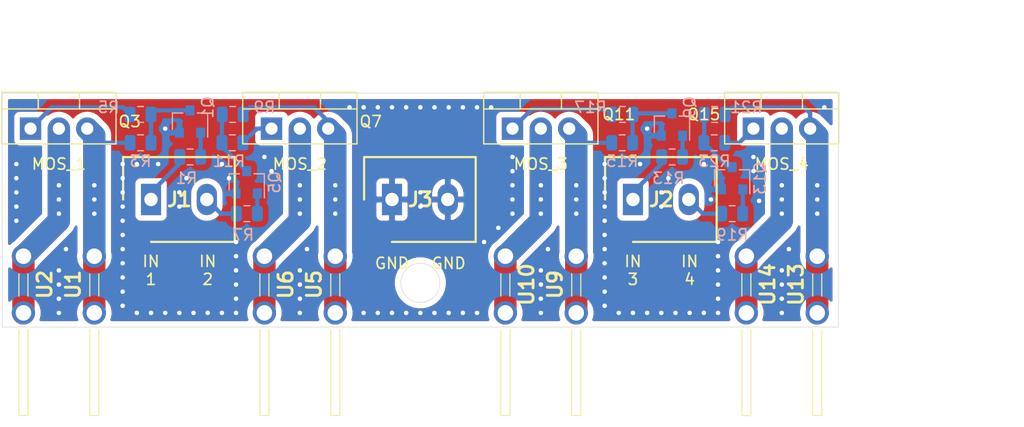
<source format=kicad_pcb>
(kicad_pcb (version 20171130) (host pcbnew "(5.1.5)-3")

  (general
    (thickness 1.6)
    (drawings 18)
    (tracks 264)
    (zones 0)
    (modules 31)
    (nets 26)
  )

  (page A4)
  (title_block
    (title "MOSFET Rail")
    (date 2020-04-13)
    (rev 1.0)
    (company "Wojciech Grzeliński")
    (comment 1 wojtekgrzela@gmail.com)
  )

  (layers
    (0 F.Cu signal)
    (31 B.Cu signal)
    (32 B.Adhes user)
    (33 F.Adhes user)
    (34 B.Paste user)
    (35 F.Paste user)
    (36 B.SilkS user)
    (37 F.SilkS user)
    (38 B.Mask user)
    (39 F.Mask user)
    (40 Dwgs.User user)
    (41 Cmts.User user)
    (42 Eco1.User user)
    (43 Eco2.User user)
    (44 Edge.Cuts user)
    (45 Margin user)
    (46 B.CrtYd user)
    (47 F.CrtYd user)
    (48 B.Fab user)
    (49 F.Fab user)
  )

  (setup
    (last_trace_width 0.381)
    (user_trace_width 0.381)
    (user_trace_width 0.5)
    (user_trace_width 1)
    (user_trace_width 2)
    (user_trace_width 4)
    (trace_clearance 0.2)
    (zone_clearance 0.508)
    (zone_45_only no)
    (trace_min 0.2)
    (via_size 0.8)
    (via_drill 0.4)
    (via_min_size 0.4)
    (via_min_drill 0.3)
    (user_via 0.8 0.4)
    (user_via 1 0.6)
    (user_via 1.27 0.762)
    (uvia_size 0.3)
    (uvia_drill 0.1)
    (uvias_allowed no)
    (uvia_min_size 0.2)
    (uvia_min_drill 0.1)
    (edge_width 0.05)
    (segment_width 0.2)
    (pcb_text_width 0.3)
    (pcb_text_size 1.5 1.5)
    (mod_edge_width 0.12)
    (mod_text_size 1 1)
    (mod_text_width 0.15)
    (pad_size 1.524 1.524)
    (pad_drill 0.762)
    (pad_to_mask_clearance 0.051)
    (solder_mask_min_width 0.25)
    (aux_axis_origin 0 0)
    (visible_elements FFFFFF7F)
    (pcbplotparams
      (layerselection 0x210fc_ffffffff)
      (usegerberextensions false)
      (usegerberattributes false)
      (usegerberadvancedattributes false)
      (creategerberjobfile false)
      (excludeedgelayer true)
      (linewidth 0.100000)
      (plotframeref false)
      (viasonmask false)
      (mode 1)
      (useauxorigin false)
      (hpglpennumber 1)
      (hpglpenspeed 20)
      (hpglpendiameter 15.000000)
      (psnegative false)
      (psa4output false)
      (plotreference true)
      (plotvalue false)
      (plotinvisibletext false)
      (padsonsilk false)
      (subtractmaskfromsilk false)
      (outputformat 1)
      (mirror false)
      (drillshape 0)
      (scaleselection 1)
      (outputdirectory "Gerber/"))
  )

  (net 0 "")
  (net 1 "Net-(Q1-Pad3)")
  (net 2 GND)
  (net 3 "Net-(Q1-Pad1)")
  (net 4 "Net-(Q3-Pad3)")
  (net 5 "Net-(Q3-Pad2)")
  (net 6 "Net-(Q3-Pad1)")
  (net 7 "Net-(Q5-Pad3)")
  (net 8 "Net-(Q5-Pad1)")
  (net 9 "Net-(Q7-Pad3)")
  (net 10 "Net-(Q7-Pad2)")
  (net 11 "Net-(Q7-Pad1)")
  (net 12 "Net-(Q9-Pad3)")
  (net 13 "Net-(Q9-Pad1)")
  (net 14 "Net-(Q11-Pad3)")
  (net 15 "Net-(Q11-Pad2)")
  (net 16 "Net-(Q11-Pad1)")
  (net 17 "Net-(Q13-Pad3)")
  (net 18 "Net-(Q13-Pad1)")
  (net 19 "Net-(Q15-Pad3)")
  (net 20 "Net-(Q15-Pad2)")
  (net 21 "Net-(Q15-Pad1)")
  (net 22 IN1)
  (net 23 IN2)
  (net 24 IN3)
  (net 25 IN4)

  (net_class Default "To jest domyślna klasa połączeń."
    (clearance 0.2)
    (trace_width 0.25)
    (via_dia 0.8)
    (via_drill 0.4)
    (uvia_dia 0.3)
    (uvia_drill 0.1)
    (add_net GND)
    (add_net IN1)
    (add_net IN2)
    (add_net IN3)
    (add_net IN4)
    (add_net "Net-(Q1-Pad1)")
    (add_net "Net-(Q1-Pad3)")
    (add_net "Net-(Q11-Pad1)")
    (add_net "Net-(Q11-Pad2)")
    (add_net "Net-(Q11-Pad3)")
    (add_net "Net-(Q13-Pad1)")
    (add_net "Net-(Q13-Pad3)")
    (add_net "Net-(Q15-Pad1)")
    (add_net "Net-(Q15-Pad2)")
    (add_net "Net-(Q15-Pad3)")
    (add_net "Net-(Q3-Pad1)")
    (add_net "Net-(Q3-Pad2)")
    (add_net "Net-(Q3-Pad3)")
    (add_net "Net-(Q5-Pad1)")
    (add_net "Net-(Q5-Pad3)")
    (add_net "Net-(Q7-Pad1)")
    (add_net "Net-(Q7-Pad2)")
    (add_net "Net-(Q7-Pad3)")
    (add_net "Net-(Q9-Pad1)")
    (add_net "Net-(Q9-Pad3)")
  )

  (module SamacSys_Parts:4966 (layer F.Cu) (tedit 0) (tstamp 5E948314)
    (at 92.075 45.085 90)
    (descr 4966-2)
    (tags "Undefined or Miscellaneous")
    (path /5E969DEC)
    (fp_text reference U14 (at 2.54 1.905 90) (layer F.SilkS)
      (effects (font (size 1.27 1.27) (thickness 0.254)))
    )
    (fp_text value 4966 (at -1.539 0 90) (layer F.SilkS) hide
      (effects (font (size 1.27 1.27) (thickness 0.254)))
    )
    (fp_line (start 1.5 0.405) (end 3.5 0.405) (layer F.SilkS) (width 0.1))
    (fp_line (start 1.5 -0.405) (end 3.5 -0.405) (layer F.SilkS) (width 0.1))
    (fp_line (start -9.2 0.405) (end -1.5 0.405) (layer F.SilkS) (width 0.1))
    (fp_line (start -9.2 -0.405) (end -9.2 0.405) (layer F.SilkS) (width 0.1))
    (fp_line (start -1.5 -0.405) (end -9.2 -0.405) (layer F.SilkS) (width 0.1))
    (fp_line (start -10.2 2.043) (end -10.2 -2.043) (layer F.CrtYd) (width 0.1))
    (fp_line (start 7.122 2.043) (end -10.2 2.043) (layer F.CrtYd) (width 0.1))
    (fp_line (start 7.122 -2.043) (end 7.122 2.043) (layer F.CrtYd) (width 0.1))
    (fp_line (start -10.2 -2.043) (end 7.122 -2.043) (layer F.CrtYd) (width 0.1))
    (fp_line (start -9.2 0.405) (end -9.2 -0.405) (layer F.Fab) (width 0.2))
    (fp_line (start 5.79 0.405) (end -9.2 0.405) (layer F.Fab) (width 0.2))
    (fp_line (start 5.79 -0.405) (end 5.79 0.405) (layer F.Fab) (width 0.2))
    (fp_line (start -9.2 -0.405) (end 5.79 -0.405) (layer F.Fab) (width 0.2))
    (fp_text user %R (at -1.539 0 90) (layer F.Fab)
      (effects (font (size 1.27 1.27) (thickness 0.254)))
    )
    (pad 2 thru_hole circle (at 5.08 0 90) (size 2.085 2.085) (drill 1.39) (layers *.Cu *.Mask)
      (net 20 "Net-(Q15-Pad2)"))
    (pad 1 thru_hole circle (at 0 0 90) (size 2.085 2.085) (drill 1.39) (layers *.Cu *.Mask)
      (net 20 "Net-(Q15-Pad2)"))
    (model C:\Users\Dell\Documents\KiCad\MY_ELEMENTS\SamacSys_PCB_Library\KiCad\SamacSys_Parts.3dshapes\4966.stp
      (at (xyz 0 0 0))
      (scale (xyz 1 1 1))
      (rotate (xyz 0 0 0))
    )
  )

  (module SamacSys_Parts:4966 (layer F.Cu) (tedit 0) (tstamp 5E948300)
    (at 98.425 45.085 90)
    (descr 4966-2)
    (tags "Undefined or Miscellaneous")
    (path /5E969DF8)
    (fp_text reference U13 (at 2.54 -1.905 90) (layer F.SilkS)
      (effects (font (size 1.27 1.27) (thickness 0.254)))
    )
    (fp_text value 4966 (at -1.539 0 90) (layer F.SilkS) hide
      (effects (font (size 1.27 1.27) (thickness 0.254)))
    )
    (fp_line (start 1.5 0.405) (end 3.5 0.405) (layer F.SilkS) (width 0.1))
    (fp_line (start 1.5 -0.405) (end 3.5 -0.405) (layer F.SilkS) (width 0.1))
    (fp_line (start -9.2 0.405) (end -1.5 0.405) (layer F.SilkS) (width 0.1))
    (fp_line (start -9.2 -0.405) (end -9.2 0.405) (layer F.SilkS) (width 0.1))
    (fp_line (start -1.5 -0.405) (end -9.2 -0.405) (layer F.SilkS) (width 0.1))
    (fp_line (start -10.2 2.043) (end -10.2 -2.043) (layer F.CrtYd) (width 0.1))
    (fp_line (start 7.122 2.043) (end -10.2 2.043) (layer F.CrtYd) (width 0.1))
    (fp_line (start 7.122 -2.043) (end 7.122 2.043) (layer F.CrtYd) (width 0.1))
    (fp_line (start -10.2 -2.043) (end 7.122 -2.043) (layer F.CrtYd) (width 0.1))
    (fp_line (start -9.2 0.405) (end -9.2 -0.405) (layer F.Fab) (width 0.2))
    (fp_line (start 5.79 0.405) (end -9.2 0.405) (layer F.Fab) (width 0.2))
    (fp_line (start 5.79 -0.405) (end 5.79 0.405) (layer F.Fab) (width 0.2))
    (fp_line (start -9.2 -0.405) (end 5.79 -0.405) (layer F.Fab) (width 0.2))
    (fp_text user %R (at -1.539 0 90) (layer F.Fab)
      (effects (font (size 1.27 1.27) (thickness 0.254)))
    )
    (pad 2 thru_hole circle (at 5.08 0 90) (size 2.085 2.085) (drill 1.39) (layers *.Cu *.Mask)
      (net 19 "Net-(Q15-Pad3)"))
    (pad 1 thru_hole circle (at 0 0 90) (size 2.085 2.085) (drill 1.39) (layers *.Cu *.Mask)
      (net 19 "Net-(Q15-Pad3)"))
    (model C:\Users\Dell\Documents\KiCad\MY_ELEMENTS\SamacSys_PCB_Library\KiCad\SamacSys_Parts.3dshapes\4966.stp
      (at (xyz 0 0 0))
      (scale (xyz 1 1 1))
      (rotate (xyz 0 0 0))
    )
  )

  (module SamacSys_Parts:4966 (layer F.Cu) (tedit 0) (tstamp 5E9482C4)
    (at 70.485 45.085 90)
    (descr 4966-2)
    (tags "Undefined or Miscellaneous")
    (path /5E9650D2)
    (fp_text reference U10 (at 2.54 1.905 90) (layer F.SilkS)
      (effects (font (size 1.27 1.27) (thickness 0.254)))
    )
    (fp_text value 4966 (at -1.539 0 90) (layer F.SilkS) hide
      (effects (font (size 1.27 1.27) (thickness 0.254)))
    )
    (fp_line (start 1.5 0.405) (end 3.5 0.405) (layer F.SilkS) (width 0.1))
    (fp_line (start 1.5 -0.405) (end 3.5 -0.405) (layer F.SilkS) (width 0.1))
    (fp_line (start -9.2 0.405) (end -1.5 0.405) (layer F.SilkS) (width 0.1))
    (fp_line (start -9.2 -0.405) (end -9.2 0.405) (layer F.SilkS) (width 0.1))
    (fp_line (start -1.5 -0.405) (end -9.2 -0.405) (layer F.SilkS) (width 0.1))
    (fp_line (start -10.2 2.043) (end -10.2 -2.043) (layer F.CrtYd) (width 0.1))
    (fp_line (start 7.122 2.043) (end -10.2 2.043) (layer F.CrtYd) (width 0.1))
    (fp_line (start 7.122 -2.043) (end 7.122 2.043) (layer F.CrtYd) (width 0.1))
    (fp_line (start -10.2 -2.043) (end 7.122 -2.043) (layer F.CrtYd) (width 0.1))
    (fp_line (start -9.2 0.405) (end -9.2 -0.405) (layer F.Fab) (width 0.2))
    (fp_line (start 5.79 0.405) (end -9.2 0.405) (layer F.Fab) (width 0.2))
    (fp_line (start 5.79 -0.405) (end 5.79 0.405) (layer F.Fab) (width 0.2))
    (fp_line (start -9.2 -0.405) (end 5.79 -0.405) (layer F.Fab) (width 0.2))
    (fp_text user %R (at -1.539 0 90) (layer F.Fab)
      (effects (font (size 1.27 1.27) (thickness 0.254)))
    )
    (pad 2 thru_hole circle (at 5.08 0 90) (size 2.085 2.085) (drill 1.39) (layers *.Cu *.Mask)
      (net 15 "Net-(Q11-Pad2)"))
    (pad 1 thru_hole circle (at 0 0 90) (size 2.085 2.085) (drill 1.39) (layers *.Cu *.Mask)
      (net 15 "Net-(Q11-Pad2)"))
    (model C:\Users\Dell\Documents\KiCad\MY_ELEMENTS\SamacSys_PCB_Library\KiCad\SamacSys_Parts.3dshapes\4966.stp
      (at (xyz 0 0 0))
      (scale (xyz 1 1 1))
      (rotate (xyz 0 0 0))
    )
  )

  (module SamacSys_Parts:4966 (layer F.Cu) (tedit 0) (tstamp 5E9482B0)
    (at 76.835 45.085 90)
    (descr 4966-2)
    (tags "Undefined or Miscellaneous")
    (path /5E9650DE)
    (fp_text reference U9 (at 2.54 -1.905 90) (layer F.SilkS)
      (effects (font (size 1.27 1.27) (thickness 0.254)))
    )
    (fp_text value 4966 (at -1.539 0 90) (layer F.SilkS) hide
      (effects (font (size 1.27 1.27) (thickness 0.254)))
    )
    (fp_line (start 1.5 0.405) (end 3.5 0.405) (layer F.SilkS) (width 0.1))
    (fp_line (start 1.5 -0.405) (end 3.5 -0.405) (layer F.SilkS) (width 0.1))
    (fp_line (start -9.2 0.405) (end -1.5 0.405) (layer F.SilkS) (width 0.1))
    (fp_line (start -9.2 -0.405) (end -9.2 0.405) (layer F.SilkS) (width 0.1))
    (fp_line (start -1.5 -0.405) (end -9.2 -0.405) (layer F.SilkS) (width 0.1))
    (fp_line (start -10.2 2.043) (end -10.2 -2.043) (layer F.CrtYd) (width 0.1))
    (fp_line (start 7.122 2.043) (end -10.2 2.043) (layer F.CrtYd) (width 0.1))
    (fp_line (start 7.122 -2.043) (end 7.122 2.043) (layer F.CrtYd) (width 0.1))
    (fp_line (start -10.2 -2.043) (end 7.122 -2.043) (layer F.CrtYd) (width 0.1))
    (fp_line (start -9.2 0.405) (end -9.2 -0.405) (layer F.Fab) (width 0.2))
    (fp_line (start 5.79 0.405) (end -9.2 0.405) (layer F.Fab) (width 0.2))
    (fp_line (start 5.79 -0.405) (end 5.79 0.405) (layer F.Fab) (width 0.2))
    (fp_line (start -9.2 -0.405) (end 5.79 -0.405) (layer F.Fab) (width 0.2))
    (fp_text user %R (at -1.539 0 90) (layer F.Fab)
      (effects (font (size 1.27 1.27) (thickness 0.254)))
    )
    (pad 2 thru_hole circle (at 5.08 0 90) (size 2.085 2.085) (drill 1.39) (layers *.Cu *.Mask)
      (net 14 "Net-(Q11-Pad3)"))
    (pad 1 thru_hole circle (at 0 0 90) (size 2.085 2.085) (drill 1.39) (layers *.Cu *.Mask)
      (net 14 "Net-(Q11-Pad3)"))
    (model C:\Users\Dell\Documents\KiCad\MY_ELEMENTS\SamacSys_PCB_Library\KiCad\SamacSys_Parts.3dshapes\4966.stp
      (at (xyz 0 0 0))
      (scale (xyz 1 1 1))
      (rotate (xyz 0 0 0))
    )
  )

  (module SamacSys_Parts:4966 (layer F.Cu) (tedit 0) (tstamp 5E948274)
    (at 48.895 45.085 90)
    (descr 4966-2)
    (tags "Undefined or Miscellaneous")
    (path /5E961507)
    (fp_text reference U6 (at 2.54 1.905 90) (layer F.SilkS)
      (effects (font (size 1.27 1.27) (thickness 0.254)))
    )
    (fp_text value 4966 (at -1.539 0 90) (layer F.SilkS) hide
      (effects (font (size 1.27 1.27) (thickness 0.254)))
    )
    (fp_line (start 1.5 0.405) (end 3.5 0.405) (layer F.SilkS) (width 0.1))
    (fp_line (start 1.5 -0.405) (end 3.5 -0.405) (layer F.SilkS) (width 0.1))
    (fp_line (start -9.2 0.405) (end -1.5 0.405) (layer F.SilkS) (width 0.1))
    (fp_line (start -9.2 -0.405) (end -9.2 0.405) (layer F.SilkS) (width 0.1))
    (fp_line (start -1.5 -0.405) (end -9.2 -0.405) (layer F.SilkS) (width 0.1))
    (fp_line (start -10.2 2.043) (end -10.2 -2.043) (layer F.CrtYd) (width 0.1))
    (fp_line (start 7.122 2.043) (end -10.2 2.043) (layer F.CrtYd) (width 0.1))
    (fp_line (start 7.122 -2.043) (end 7.122 2.043) (layer F.CrtYd) (width 0.1))
    (fp_line (start -10.2 -2.043) (end 7.122 -2.043) (layer F.CrtYd) (width 0.1))
    (fp_line (start -9.2 0.405) (end -9.2 -0.405) (layer F.Fab) (width 0.2))
    (fp_line (start 5.79 0.405) (end -9.2 0.405) (layer F.Fab) (width 0.2))
    (fp_line (start 5.79 -0.405) (end 5.79 0.405) (layer F.Fab) (width 0.2))
    (fp_line (start -9.2 -0.405) (end 5.79 -0.405) (layer F.Fab) (width 0.2))
    (fp_text user %R (at -1.539 0 90) (layer F.Fab)
      (effects (font (size 1.27 1.27) (thickness 0.254)))
    )
    (pad 2 thru_hole circle (at 5.08 0 90) (size 2.085 2.085) (drill 1.39) (layers *.Cu *.Mask)
      (net 10 "Net-(Q7-Pad2)"))
    (pad 1 thru_hole circle (at 0 0 90) (size 2.085 2.085) (drill 1.39) (layers *.Cu *.Mask)
      (net 10 "Net-(Q7-Pad2)"))
    (model C:\Users\Dell\Documents\KiCad\MY_ELEMENTS\SamacSys_PCB_Library\KiCad\SamacSys_Parts.3dshapes\4966.stp
      (at (xyz 0 0 0))
      (scale (xyz 1 1 1))
      (rotate (xyz 0 0 0))
    )
  )

  (module SamacSys_Parts:4966 (layer F.Cu) (tedit 0) (tstamp 5E948260)
    (at 55.245 45.085 90)
    (descr 4966-2)
    (tags "Undefined or Miscellaneous")
    (path /5E961513)
    (fp_text reference U5 (at 2.54 -1.905 90) (layer F.SilkS)
      (effects (font (size 1.27 1.27) (thickness 0.254)))
    )
    (fp_text value 4966 (at -1.539 0 90) (layer F.SilkS) hide
      (effects (font (size 1.27 1.27) (thickness 0.254)))
    )
    (fp_line (start 1.5 0.405) (end 3.5 0.405) (layer F.SilkS) (width 0.1))
    (fp_line (start 1.5 -0.405) (end 3.5 -0.405) (layer F.SilkS) (width 0.1))
    (fp_line (start -9.2 0.405) (end -1.5 0.405) (layer F.SilkS) (width 0.1))
    (fp_line (start -9.2 -0.405) (end -9.2 0.405) (layer F.SilkS) (width 0.1))
    (fp_line (start -1.5 -0.405) (end -9.2 -0.405) (layer F.SilkS) (width 0.1))
    (fp_line (start -10.2 2.043) (end -10.2 -2.043) (layer F.CrtYd) (width 0.1))
    (fp_line (start 7.122 2.043) (end -10.2 2.043) (layer F.CrtYd) (width 0.1))
    (fp_line (start 7.122 -2.043) (end 7.122 2.043) (layer F.CrtYd) (width 0.1))
    (fp_line (start -10.2 -2.043) (end 7.122 -2.043) (layer F.CrtYd) (width 0.1))
    (fp_line (start -9.2 0.405) (end -9.2 -0.405) (layer F.Fab) (width 0.2))
    (fp_line (start 5.79 0.405) (end -9.2 0.405) (layer F.Fab) (width 0.2))
    (fp_line (start 5.79 -0.405) (end 5.79 0.405) (layer F.Fab) (width 0.2))
    (fp_line (start -9.2 -0.405) (end 5.79 -0.405) (layer F.Fab) (width 0.2))
    (fp_text user %R (at -1.539 0 90) (layer F.Fab)
      (effects (font (size 1.27 1.27) (thickness 0.254)))
    )
    (pad 2 thru_hole circle (at 5.08 0 90) (size 2.085 2.085) (drill 1.39) (layers *.Cu *.Mask)
      (net 9 "Net-(Q7-Pad3)"))
    (pad 1 thru_hole circle (at 0 0 90) (size 2.085 2.085) (drill 1.39) (layers *.Cu *.Mask)
      (net 9 "Net-(Q7-Pad3)"))
    (model C:\Users\Dell\Documents\KiCad\MY_ELEMENTS\SamacSys_PCB_Library\KiCad\SamacSys_Parts.3dshapes\4966.stp
      (at (xyz 0 0 0))
      (scale (xyz 1 1 1))
      (rotate (xyz 0 0 0))
    )
  )

  (module SamacSys_Parts:4966 (layer F.Cu) (tedit 0) (tstamp 5E948224)
    (at 27.305 45.085 90)
    (descr 4966-2)
    (tags "Undefined or Miscellaneous")
    (path /5E9515DB)
    (fp_text reference U2 (at 2.54 1.905 90) (layer F.SilkS)
      (effects (font (size 1.27 1.27) (thickness 0.254)))
    )
    (fp_text value 4966 (at -1.539 0 90) (layer F.SilkS) hide
      (effects (font (size 1.27 1.27) (thickness 0.254)))
    )
    (fp_line (start 1.5 0.405) (end 3.5 0.405) (layer F.SilkS) (width 0.1))
    (fp_line (start 1.5 -0.405) (end 3.5 -0.405) (layer F.SilkS) (width 0.1))
    (fp_line (start -9.2 0.405) (end -1.5 0.405) (layer F.SilkS) (width 0.1))
    (fp_line (start -9.2 -0.405) (end -9.2 0.405) (layer F.SilkS) (width 0.1))
    (fp_line (start -1.5 -0.405) (end -9.2 -0.405) (layer F.SilkS) (width 0.1))
    (fp_line (start -10.2 2.043) (end -10.2 -2.043) (layer F.CrtYd) (width 0.1))
    (fp_line (start 7.122 2.043) (end -10.2 2.043) (layer F.CrtYd) (width 0.1))
    (fp_line (start 7.122 -2.043) (end 7.122 2.043) (layer F.CrtYd) (width 0.1))
    (fp_line (start -10.2 -2.043) (end 7.122 -2.043) (layer F.CrtYd) (width 0.1))
    (fp_line (start -9.2 0.405) (end -9.2 -0.405) (layer F.Fab) (width 0.2))
    (fp_line (start 5.79 0.405) (end -9.2 0.405) (layer F.Fab) (width 0.2))
    (fp_line (start 5.79 -0.405) (end 5.79 0.405) (layer F.Fab) (width 0.2))
    (fp_line (start -9.2 -0.405) (end 5.79 -0.405) (layer F.Fab) (width 0.2))
    (fp_text user %R (at -1.539 0 90) (layer F.Fab)
      (effects (font (size 1.27 1.27) (thickness 0.254)))
    )
    (pad 2 thru_hole circle (at 5.08 0 90) (size 2.085 2.085) (drill 1.39) (layers *.Cu *.Mask)
      (net 5 "Net-(Q3-Pad2)"))
    (pad 1 thru_hole circle (at 0 0 90) (size 2.085 2.085) (drill 1.39) (layers *.Cu *.Mask)
      (net 5 "Net-(Q3-Pad2)"))
    (model C:\Users\Dell\Documents\KiCad\MY_ELEMENTS\SamacSys_PCB_Library\KiCad\SamacSys_Parts.3dshapes\4966.stp
      (at (xyz 0 0 0))
      (scale (xyz 1 1 1))
      (rotate (xyz 0 0 0))
    )
  )

  (module SamacSys_Parts:4966 (layer F.Cu) (tedit 0) (tstamp 5E948210)
    (at 33.655 45.085 90)
    (descr 4966-2)
    (tags "Undefined or Miscellaneous")
    (path /5E9547F4)
    (fp_text reference U1 (at 2.54 -1.905 90) (layer F.SilkS)
      (effects (font (size 1.27 1.27) (thickness 0.254)))
    )
    (fp_text value 4966 (at -1.539 0 90) (layer F.SilkS) hide
      (effects (font (size 1.27 1.27) (thickness 0.254)))
    )
    (fp_line (start 1.5 0.405) (end 3.5 0.405) (layer F.SilkS) (width 0.1))
    (fp_line (start 1.5 -0.405) (end 3.5 -0.405) (layer F.SilkS) (width 0.1))
    (fp_line (start -9.2 0.405) (end -1.5 0.405) (layer F.SilkS) (width 0.1))
    (fp_line (start -9.2 -0.405) (end -9.2 0.405) (layer F.SilkS) (width 0.1))
    (fp_line (start -1.5 -0.405) (end -9.2 -0.405) (layer F.SilkS) (width 0.1))
    (fp_line (start -10.2 2.043) (end -10.2 -2.043) (layer F.CrtYd) (width 0.1))
    (fp_line (start 7.122 2.043) (end -10.2 2.043) (layer F.CrtYd) (width 0.1))
    (fp_line (start 7.122 -2.043) (end 7.122 2.043) (layer F.CrtYd) (width 0.1))
    (fp_line (start -10.2 -2.043) (end 7.122 -2.043) (layer F.CrtYd) (width 0.1))
    (fp_line (start -9.2 0.405) (end -9.2 -0.405) (layer F.Fab) (width 0.2))
    (fp_line (start 5.79 0.405) (end -9.2 0.405) (layer F.Fab) (width 0.2))
    (fp_line (start 5.79 -0.405) (end 5.79 0.405) (layer F.Fab) (width 0.2))
    (fp_line (start -9.2 -0.405) (end 5.79 -0.405) (layer F.Fab) (width 0.2))
    (fp_text user %R (at -1.539 0 90) (layer F.Fab)
      (effects (font (size 1.27 1.27) (thickness 0.254)))
    )
    (pad 2 thru_hole circle (at 5.08 0 90) (size 2.085 2.085) (drill 1.39) (layers *.Cu *.Mask)
      (net 4 "Net-(Q3-Pad3)"))
    (pad 1 thru_hole circle (at 0 0 90) (size 2.085 2.085) (drill 1.39) (layers *.Cu *.Mask)
      (net 4 "Net-(Q3-Pad3)"))
    (model C:\Users\Dell\Documents\KiCad\MY_ELEMENTS\SamacSys_PCB_Library\KiCad\SamacSys_Parts.3dshapes\4966.stp
      (at (xyz 0 0 0))
      (scale (xyz 1 1 1))
      (rotate (xyz 0 0 0))
    )
  )

  (module SamacSys_Parts:SHDR2W99P0X500_1X2_1000X760X1000P (layer F.Cu) (tedit 5E84E523) (tstamp 5E94A27F)
    (at 60.325 34.925)
    (descr 8718_11)
    (tags Connector)
    (path /5E993A31)
    (fp_text reference J3 (at 2.54 0) (layer F.SilkS)
      (effects (font (size 1.27 1.27) (thickness 0.254)))
    )
    (fp_text value Screw_Terminal_01x02 (at 0 0) (layer F.SilkS) hide
      (effects (font (size 1.27 1.27) (thickness 0.254)))
    )
    (fp_line (start -2.5 -3.8) (end -2.5 0) (layer F.SilkS) (width 0.2))
    (fp_line (start 7.5 -3.8) (end -2.5 -3.8) (layer F.SilkS) (width 0.2))
    (fp_line (start 7.5 3.8) (end 7.5 -3.8) (layer F.SilkS) (width 0.2))
    (fp_line (start 0 3.8) (end 7.5 3.8) (layer F.SilkS) (width 0.2))
    (fp_line (start 7.5 3.8) (end -2.5 3.8) (layer F.Fab) (width 0.1))
    (fp_line (start 7.5 -3.8) (end 7.5 3.8) (layer F.Fab) (width 0.1))
    (fp_line (start -2.5 -3.8) (end 7.5 -3.8) (layer F.Fab) (width 0.1))
    (fp_line (start -2.5 3.8) (end -2.5 -3.8) (layer F.Fab) (width 0.1))
    (fp_line (start 7.75 4.05) (end -2.75 4.05) (layer F.CrtYd) (width 0.05))
    (fp_line (start 7.75 -4.05) (end 7.75 4.05) (layer F.CrtYd) (width 0.05))
    (fp_line (start -2.75 -4.05) (end 7.75 -4.05) (layer F.CrtYd) (width 0.05))
    (fp_line (start -2.75 4.05) (end -2.75 -4.05) (layer F.CrtYd) (width 0.05))
    (fp_text user %R (at 0 0) (layer F.Fab)
      (effects (font (size 1.27 1.27) (thickness 0.254)))
    )
    (pad 2 thru_hole oval (at 5 0) (size 1.8 2.8) (drill 1.2) (layers *.Cu *.Mask)
      (net 2 GND))
    (pad 1 thru_hole rect (at 0 0) (size 1.8 2.8) (drill 1.2) (layers *.Cu *.Mask)
      (net 2 GND))
  )

  (module SamacSys_Parts:SHDR2W99P0X500_1X2_1000X760X1000P (layer F.Cu) (tedit 5E84E523) (tstamp 5E94A26C)
    (at 81.915 34.925)
    (descr 8718_11)
    (tags Connector)
    (path /5E992397)
    (fp_text reference J2 (at 2.54 0) (layer F.SilkS)
      (effects (font (size 1.27 1.27) (thickness 0.254)))
    )
    (fp_text value Screw_Terminal_01x02 (at 0 0) (layer F.SilkS) hide
      (effects (font (size 1.27 1.27) (thickness 0.254)))
    )
    (fp_line (start -2.5 -3.8) (end -2.5 0) (layer F.SilkS) (width 0.2))
    (fp_line (start 7.5 -3.8) (end -2.5 -3.8) (layer F.SilkS) (width 0.2))
    (fp_line (start 7.5 3.8) (end 7.5 -3.8) (layer F.SilkS) (width 0.2))
    (fp_line (start 0 3.8) (end 7.5 3.8) (layer F.SilkS) (width 0.2))
    (fp_line (start 7.5 3.8) (end -2.5 3.8) (layer F.Fab) (width 0.1))
    (fp_line (start 7.5 -3.8) (end 7.5 3.8) (layer F.Fab) (width 0.1))
    (fp_line (start -2.5 -3.8) (end 7.5 -3.8) (layer F.Fab) (width 0.1))
    (fp_line (start -2.5 3.8) (end -2.5 -3.8) (layer F.Fab) (width 0.1))
    (fp_line (start 7.75 4.05) (end -2.75 4.05) (layer F.CrtYd) (width 0.05))
    (fp_line (start 7.75 -4.05) (end 7.75 4.05) (layer F.CrtYd) (width 0.05))
    (fp_line (start -2.75 -4.05) (end 7.75 -4.05) (layer F.CrtYd) (width 0.05))
    (fp_line (start -2.75 4.05) (end -2.75 -4.05) (layer F.CrtYd) (width 0.05))
    (fp_text user %R (at 0 0) (layer F.Fab)
      (effects (font (size 1.27 1.27) (thickness 0.254)))
    )
    (pad 2 thru_hole oval (at 5 0) (size 1.8 2.8) (drill 1.2) (layers *.Cu *.Mask)
      (net 25 IN4))
    (pad 1 thru_hole rect (at 0 0) (size 1.8 2.8) (drill 1.2) (layers *.Cu *.Mask)
      (net 24 IN3))
  )

  (module SamacSys_Parts:SHDR2W99P0X500_1X2_1000X760X1000P (layer F.Cu) (tedit 5E84E523) (tstamp 5E94A259)
    (at 38.735 34.925)
    (descr 8718_11)
    (tags Connector)
    (path /5E9902E2)
    (fp_text reference J1 (at 2.54 0) (layer F.SilkS)
      (effects (font (size 1.27 1.27) (thickness 0.254)))
    )
    (fp_text value Screw_Terminal_01x02 (at 0 0) (layer F.SilkS) hide
      (effects (font (size 1.27 1.27) (thickness 0.254)))
    )
    (fp_line (start -2.5 -3.8) (end -2.5 0) (layer F.SilkS) (width 0.2))
    (fp_line (start 7.5 -3.8) (end -2.5 -3.8) (layer F.SilkS) (width 0.2))
    (fp_line (start 7.5 3.8) (end 7.5 -3.8) (layer F.SilkS) (width 0.2))
    (fp_line (start 0 3.8) (end 7.5 3.8) (layer F.SilkS) (width 0.2))
    (fp_line (start 7.5 3.8) (end -2.5 3.8) (layer F.Fab) (width 0.1))
    (fp_line (start 7.5 -3.8) (end 7.5 3.8) (layer F.Fab) (width 0.1))
    (fp_line (start -2.5 -3.8) (end 7.5 -3.8) (layer F.Fab) (width 0.1))
    (fp_line (start -2.5 3.8) (end -2.5 -3.8) (layer F.Fab) (width 0.1))
    (fp_line (start 7.75 4.05) (end -2.75 4.05) (layer F.CrtYd) (width 0.05))
    (fp_line (start 7.75 -4.05) (end 7.75 4.05) (layer F.CrtYd) (width 0.05))
    (fp_line (start -2.75 -4.05) (end 7.75 -4.05) (layer F.CrtYd) (width 0.05))
    (fp_line (start -2.75 4.05) (end -2.75 -4.05) (layer F.CrtYd) (width 0.05))
    (fp_text user %R (at 0 0) (layer F.Fab)
      (effects (font (size 1.27 1.27) (thickness 0.254)))
    )
    (pad 2 thru_hole oval (at 5 0) (size 1.8 2.8) (drill 1.2) (layers *.Cu *.Mask)
      (net 23 IN2))
    (pad 1 thru_hole rect (at 0 0) (size 1.8 2.8) (drill 1.2) (layers *.Cu *.Mask)
      (net 22 IN1))
  )

  (module Resistor_SMD:R_0805_2012Metric (layer B.Cu) (tedit 5B36C52B) (tstamp 5E9481EB)
    (at 89.2025 29.845)
    (descr "Resistor SMD 0805 (2012 Metric), square (rectangular) end terminal, IPC_7351 nominal, (Body size source: https://docs.google.com/spreadsheets/d/1BsfQQcO9C6DZCsRaXUlFlo91Tg2WpOkGARC1WS5S8t0/edit?usp=sharing), generated with kicad-footprint-generator")
    (tags resistor)
    (path /5E969DC2)
    (attr smd)
    (fp_text reference R23 (at 0 1.65) (layer B.SilkS)
      (effects (font (size 1 1) (thickness 0.15)) (justify mirror))
    )
    (fp_text value 100 (at 0 -1.65) (layer B.Fab)
      (effects (font (size 1 1) (thickness 0.15)) (justify mirror))
    )
    (fp_text user %R (at 0 0) (layer B.Fab)
      (effects (font (size 0.5 0.5) (thickness 0.08)) (justify mirror))
    )
    (fp_line (start 1.68 -0.95) (end -1.68 -0.95) (layer B.CrtYd) (width 0.05))
    (fp_line (start 1.68 0.95) (end 1.68 -0.95) (layer B.CrtYd) (width 0.05))
    (fp_line (start -1.68 0.95) (end 1.68 0.95) (layer B.CrtYd) (width 0.05))
    (fp_line (start -1.68 -0.95) (end -1.68 0.95) (layer B.CrtYd) (width 0.05))
    (fp_line (start -0.258578 -0.71) (end 0.258578 -0.71) (layer B.SilkS) (width 0.12))
    (fp_line (start -0.258578 0.71) (end 0.258578 0.71) (layer B.SilkS) (width 0.12))
    (fp_line (start 1 -0.6) (end -1 -0.6) (layer B.Fab) (width 0.1))
    (fp_line (start 1 0.6) (end 1 -0.6) (layer B.Fab) (width 0.1))
    (fp_line (start -1 0.6) (end 1 0.6) (layer B.Fab) (width 0.1))
    (fp_line (start -1 -0.6) (end -1 0.6) (layer B.Fab) (width 0.1))
    (pad 2 smd roundrect (at 0.9375 0) (size 0.975 1.4) (layers B.Cu B.Paste B.Mask) (roundrect_rratio 0.25)
      (net 21 "Net-(Q15-Pad1)"))
    (pad 1 smd roundrect (at -0.9375 0) (size 0.975 1.4) (layers B.Cu B.Paste B.Mask) (roundrect_rratio 0.25)
      (net 17 "Net-(Q13-Pad3)"))
    (model ${KISYS3DMOD}/Resistor_SMD.3dshapes/R_0805_2012Metric.wrl
      (at (xyz 0 0 0))
      (scale (xyz 1 1 1))
      (rotate (xyz 0 0 0))
    )
  )

  (module Resistor_SMD:R_0805_2012Metric (layer B.Cu) (tedit 5B36C52B) (tstamp 5E9481C9)
    (at 89.2325 27.305 180)
    (descr "Resistor SMD 0805 (2012 Metric), square (rectangular) end terminal, IPC_7351 nominal, (Body size source: https://docs.google.com/spreadsheets/d/1BsfQQcO9C6DZCsRaXUlFlo91Tg2WpOkGARC1WS5S8t0/edit?usp=sharing), generated with kicad-footprint-generator")
    (tags resistor)
    (path /5E969DBC)
    (attr smd)
    (fp_text reference R21 (at -2.8425 0.635) (layer B.SilkS)
      (effects (font (size 1 1) (thickness 0.15)) (justify mirror))
    )
    (fp_text value 2k (at 0 -1.65) (layer B.Fab)
      (effects (font (size 1 1) (thickness 0.15)) (justify mirror))
    )
    (fp_text user %R (at 0 0) (layer B.Fab)
      (effects (font (size 0.5 0.5) (thickness 0.08)) (justify mirror))
    )
    (fp_line (start 1.68 -0.95) (end -1.68 -0.95) (layer B.CrtYd) (width 0.05))
    (fp_line (start 1.68 0.95) (end 1.68 -0.95) (layer B.CrtYd) (width 0.05))
    (fp_line (start -1.68 0.95) (end 1.68 0.95) (layer B.CrtYd) (width 0.05))
    (fp_line (start -1.68 -0.95) (end -1.68 0.95) (layer B.CrtYd) (width 0.05))
    (fp_line (start -0.258578 -0.71) (end 0.258578 -0.71) (layer B.SilkS) (width 0.12))
    (fp_line (start -0.258578 0.71) (end 0.258578 0.71) (layer B.SilkS) (width 0.12))
    (fp_line (start 1 -0.6) (end -1 -0.6) (layer B.Fab) (width 0.1))
    (fp_line (start 1 0.6) (end 1 -0.6) (layer B.Fab) (width 0.1))
    (fp_line (start -1 0.6) (end 1 0.6) (layer B.Fab) (width 0.1))
    (fp_line (start -1 -0.6) (end -1 0.6) (layer B.Fab) (width 0.1))
    (pad 2 smd roundrect (at 0.9375 0 180) (size 0.975 1.4) (layers B.Cu B.Paste B.Mask) (roundrect_rratio 0.25)
      (net 17 "Net-(Q13-Pad3)"))
    (pad 1 smd roundrect (at -0.9375 0 180) (size 0.975 1.4) (layers B.Cu B.Paste B.Mask) (roundrect_rratio 0.25)
      (net 19 "Net-(Q15-Pad3)"))
    (model ${KISYS3DMOD}/Resistor_SMD.3dshapes/R_0805_2012Metric.wrl
      (at (xyz 0 0 0))
      (scale (xyz 1 1 1))
      (rotate (xyz 0 0 0))
    )
  )

  (module Resistor_SMD:R_0805_2012Metric (layer B.Cu) (tedit 5B36C52B) (tstamp 5E94C06E)
    (at 90.805 36.195 180)
    (descr "Resistor SMD 0805 (2012 Metric), square (rectangular) end terminal, IPC_7351 nominal, (Body size source: https://docs.google.com/spreadsheets/d/1BsfQQcO9C6DZCsRaXUlFlo91Tg2WpOkGARC1WS5S8t0/edit?usp=sharing), generated with kicad-footprint-generator")
    (tags resistor)
    (path /5E969DCE)
    (attr smd)
    (fp_text reference R19 (at 0 -1.905) (layer B.SilkS)
      (effects (font (size 1 1) (thickness 0.15)) (justify mirror))
    )
    (fp_text value 4,7k (at 0 -1.65) (layer B.Fab)
      (effects (font (size 1 1) (thickness 0.15)) (justify mirror))
    )
    (fp_text user %R (at 0 0) (layer B.Fab)
      (effects (font (size 0.5 0.5) (thickness 0.08)) (justify mirror))
    )
    (fp_line (start 1.68 -0.95) (end -1.68 -0.95) (layer B.CrtYd) (width 0.05))
    (fp_line (start 1.68 0.95) (end 1.68 -0.95) (layer B.CrtYd) (width 0.05))
    (fp_line (start -1.68 0.95) (end 1.68 0.95) (layer B.CrtYd) (width 0.05))
    (fp_line (start -1.68 -0.95) (end -1.68 0.95) (layer B.CrtYd) (width 0.05))
    (fp_line (start -0.258578 -0.71) (end 0.258578 -0.71) (layer B.SilkS) (width 0.12))
    (fp_line (start -0.258578 0.71) (end 0.258578 0.71) (layer B.SilkS) (width 0.12))
    (fp_line (start 1 -0.6) (end -1 -0.6) (layer B.Fab) (width 0.1))
    (fp_line (start 1 0.6) (end 1 -0.6) (layer B.Fab) (width 0.1))
    (fp_line (start -1 0.6) (end 1 0.6) (layer B.Fab) (width 0.1))
    (fp_line (start -1 -0.6) (end -1 0.6) (layer B.Fab) (width 0.1))
    (pad 2 smd roundrect (at 0.9375 0 180) (size 0.975 1.4) (layers B.Cu B.Paste B.Mask) (roundrect_rratio 0.25)
      (net 25 IN4))
    (pad 1 smd roundrect (at -0.9375 0 180) (size 0.975 1.4) (layers B.Cu B.Paste B.Mask) (roundrect_rratio 0.25)
      (net 18 "Net-(Q13-Pad1)"))
    (model ${KISYS3DMOD}/Resistor_SMD.3dshapes/R_0805_2012Metric.wrl
      (at (xyz 0 0 0))
      (scale (xyz 1 1 1))
      (rotate (xyz 0 0 0))
    )
  )

  (module Resistor_SMD:R_0805_2012Metric (layer B.Cu) (tedit 5B36C52B) (tstamp 5E948185)
    (at 80.9775 27.305 180)
    (descr "Resistor SMD 0805 (2012 Metric), square (rectangular) end terminal, IPC_7351 nominal, (Body size source: https://docs.google.com/spreadsheets/d/1BsfQQcO9C6DZCsRaXUlFlo91Tg2WpOkGARC1WS5S8t0/edit?usp=sharing), generated with kicad-footprint-generator")
    (tags resistor)
    (path /5E9650A8)
    (attr smd)
    (fp_text reference R17 (at 2.8725 0.635) (layer B.SilkS)
      (effects (font (size 1 1) (thickness 0.15)) (justify mirror))
    )
    (fp_text value 100 (at 0 -1.65) (layer B.Fab)
      (effects (font (size 1 1) (thickness 0.15)) (justify mirror))
    )
    (fp_text user %R (at 0 0) (layer B.Fab)
      (effects (font (size 0.5 0.5) (thickness 0.08)) (justify mirror))
    )
    (fp_line (start 1.68 -0.95) (end -1.68 -0.95) (layer B.CrtYd) (width 0.05))
    (fp_line (start 1.68 0.95) (end 1.68 -0.95) (layer B.CrtYd) (width 0.05))
    (fp_line (start -1.68 0.95) (end 1.68 0.95) (layer B.CrtYd) (width 0.05))
    (fp_line (start -1.68 -0.95) (end -1.68 0.95) (layer B.CrtYd) (width 0.05))
    (fp_line (start -0.258578 -0.71) (end 0.258578 -0.71) (layer B.SilkS) (width 0.12))
    (fp_line (start -0.258578 0.71) (end 0.258578 0.71) (layer B.SilkS) (width 0.12))
    (fp_line (start 1 -0.6) (end -1 -0.6) (layer B.Fab) (width 0.1))
    (fp_line (start 1 0.6) (end 1 -0.6) (layer B.Fab) (width 0.1))
    (fp_line (start -1 0.6) (end 1 0.6) (layer B.Fab) (width 0.1))
    (fp_line (start -1 -0.6) (end -1 0.6) (layer B.Fab) (width 0.1))
    (pad 2 smd roundrect (at 0.9375 0 180) (size 0.975 1.4) (layers B.Cu B.Paste B.Mask) (roundrect_rratio 0.25)
      (net 16 "Net-(Q11-Pad1)"))
    (pad 1 smd roundrect (at -0.9375 0 180) (size 0.975 1.4) (layers B.Cu B.Paste B.Mask) (roundrect_rratio 0.25)
      (net 12 "Net-(Q9-Pad3)"))
    (model ${KISYS3DMOD}/Resistor_SMD.3dshapes/R_0805_2012Metric.wrl
      (at (xyz 0 0 0))
      (scale (xyz 1 1 1))
      (rotate (xyz 0 0 0))
    )
  )

  (module Resistor_SMD:R_0805_2012Metric (layer B.Cu) (tedit 5B36C52B) (tstamp 5E948163)
    (at 80.9475 29.845)
    (descr "Resistor SMD 0805 (2012 Metric), square (rectangular) end terminal, IPC_7351 nominal, (Body size source: https://docs.google.com/spreadsheets/d/1BsfQQcO9C6DZCsRaXUlFlo91Tg2WpOkGARC1WS5S8t0/edit?usp=sharing), generated with kicad-footprint-generator")
    (tags resistor)
    (path /5E9650A2)
    (attr smd)
    (fp_text reference R15 (at 0 1.65) (layer B.SilkS)
      (effects (font (size 1 1) (thickness 0.15)) (justify mirror))
    )
    (fp_text value 2k (at 0 -1.65) (layer B.Fab)
      (effects (font (size 1 1) (thickness 0.15)) (justify mirror))
    )
    (fp_text user %R (at 0 0) (layer B.Fab)
      (effects (font (size 0.5 0.5) (thickness 0.08)) (justify mirror))
    )
    (fp_line (start 1.68 -0.95) (end -1.68 -0.95) (layer B.CrtYd) (width 0.05))
    (fp_line (start 1.68 0.95) (end 1.68 -0.95) (layer B.CrtYd) (width 0.05))
    (fp_line (start -1.68 0.95) (end 1.68 0.95) (layer B.CrtYd) (width 0.05))
    (fp_line (start -1.68 -0.95) (end -1.68 0.95) (layer B.CrtYd) (width 0.05))
    (fp_line (start -0.258578 -0.71) (end 0.258578 -0.71) (layer B.SilkS) (width 0.12))
    (fp_line (start -0.258578 0.71) (end 0.258578 0.71) (layer B.SilkS) (width 0.12))
    (fp_line (start 1 -0.6) (end -1 -0.6) (layer B.Fab) (width 0.1))
    (fp_line (start 1 0.6) (end 1 -0.6) (layer B.Fab) (width 0.1))
    (fp_line (start -1 0.6) (end 1 0.6) (layer B.Fab) (width 0.1))
    (fp_line (start -1 -0.6) (end -1 0.6) (layer B.Fab) (width 0.1))
    (pad 2 smd roundrect (at 0.9375 0) (size 0.975 1.4) (layers B.Cu B.Paste B.Mask) (roundrect_rratio 0.25)
      (net 12 "Net-(Q9-Pad3)"))
    (pad 1 smd roundrect (at -0.9375 0) (size 0.975 1.4) (layers B.Cu B.Paste B.Mask) (roundrect_rratio 0.25)
      (net 14 "Net-(Q11-Pad3)"))
    (model ${KISYS3DMOD}/Resistor_SMD.3dshapes/R_0805_2012Metric.wrl
      (at (xyz 0 0 0))
      (scale (xyz 1 1 1))
      (rotate (xyz 0 0 0))
    )
  )

  (module Resistor_SMD:R_0805_2012Metric (layer B.Cu) (tedit 5B36C52B) (tstamp 5E948141)
    (at 85.4225 31.115 180)
    (descr "Resistor SMD 0805 (2012 Metric), square (rectangular) end terminal, IPC_7351 nominal, (Body size source: https://docs.google.com/spreadsheets/d/1BsfQQcO9C6DZCsRaXUlFlo91Tg2WpOkGARC1WS5S8t0/edit?usp=sharing), generated with kicad-footprint-generator")
    (tags resistor)
    (path /5E9650B4)
    (attr smd)
    (fp_text reference R13 (at 0.3325 -1.905) (layer B.SilkS)
      (effects (font (size 1 1) (thickness 0.15)) (justify mirror))
    )
    (fp_text value 4,7k (at 0 -1.65) (layer B.Fab)
      (effects (font (size 1 1) (thickness 0.15)) (justify mirror))
    )
    (fp_text user %R (at 0 0) (layer B.Fab)
      (effects (font (size 0.5 0.5) (thickness 0.08)) (justify mirror))
    )
    (fp_line (start 1.68 -0.95) (end -1.68 -0.95) (layer B.CrtYd) (width 0.05))
    (fp_line (start 1.68 0.95) (end 1.68 -0.95) (layer B.CrtYd) (width 0.05))
    (fp_line (start -1.68 0.95) (end 1.68 0.95) (layer B.CrtYd) (width 0.05))
    (fp_line (start -1.68 -0.95) (end -1.68 0.95) (layer B.CrtYd) (width 0.05))
    (fp_line (start -0.258578 -0.71) (end 0.258578 -0.71) (layer B.SilkS) (width 0.12))
    (fp_line (start -0.258578 0.71) (end 0.258578 0.71) (layer B.SilkS) (width 0.12))
    (fp_line (start 1 -0.6) (end -1 -0.6) (layer B.Fab) (width 0.1))
    (fp_line (start 1 0.6) (end 1 -0.6) (layer B.Fab) (width 0.1))
    (fp_line (start -1 0.6) (end 1 0.6) (layer B.Fab) (width 0.1))
    (fp_line (start -1 -0.6) (end -1 0.6) (layer B.Fab) (width 0.1))
    (pad 2 smd roundrect (at 0.9375 0 180) (size 0.975 1.4) (layers B.Cu B.Paste B.Mask) (roundrect_rratio 0.25)
      (net 24 IN3))
    (pad 1 smd roundrect (at -0.9375 0 180) (size 0.975 1.4) (layers B.Cu B.Paste B.Mask) (roundrect_rratio 0.25)
      (net 13 "Net-(Q9-Pad1)"))
    (model ${KISYS3DMOD}/Resistor_SMD.3dshapes/R_0805_2012Metric.wrl
      (at (xyz 0 0 0))
      (scale (xyz 1 1 1))
      (rotate (xyz 0 0 0))
    )
  )

  (module Resistor_SMD:R_0805_2012Metric (layer B.Cu) (tedit 5B36C52B) (tstamp 5E94811F)
    (at 46.0225 29.845)
    (descr "Resistor SMD 0805 (2012 Metric), square (rectangular) end terminal, IPC_7351 nominal, (Body size source: https://docs.google.com/spreadsheets/d/1BsfQQcO9C6DZCsRaXUlFlo91Tg2WpOkGARC1WS5S8t0/edit?usp=sharing), generated with kicad-footprint-generator")
    (tags resistor)
    (path /5E9614DD)
    (attr smd)
    (fp_text reference R11 (at -0.3025 1.65) (layer B.SilkS)
      (effects (font (size 1 1) (thickness 0.15)) (justify mirror))
    )
    (fp_text value 100 (at 0 -1.65) (layer B.Fab)
      (effects (font (size 1 1) (thickness 0.15)) (justify mirror))
    )
    (fp_text user %R (at 0 0) (layer B.Fab)
      (effects (font (size 0.5 0.5) (thickness 0.08)) (justify mirror))
    )
    (fp_line (start 1.68 -0.95) (end -1.68 -0.95) (layer B.CrtYd) (width 0.05))
    (fp_line (start 1.68 0.95) (end 1.68 -0.95) (layer B.CrtYd) (width 0.05))
    (fp_line (start -1.68 0.95) (end 1.68 0.95) (layer B.CrtYd) (width 0.05))
    (fp_line (start -1.68 -0.95) (end -1.68 0.95) (layer B.CrtYd) (width 0.05))
    (fp_line (start -0.258578 -0.71) (end 0.258578 -0.71) (layer B.SilkS) (width 0.12))
    (fp_line (start -0.258578 0.71) (end 0.258578 0.71) (layer B.SilkS) (width 0.12))
    (fp_line (start 1 -0.6) (end -1 -0.6) (layer B.Fab) (width 0.1))
    (fp_line (start 1 0.6) (end 1 -0.6) (layer B.Fab) (width 0.1))
    (fp_line (start -1 0.6) (end 1 0.6) (layer B.Fab) (width 0.1))
    (fp_line (start -1 -0.6) (end -1 0.6) (layer B.Fab) (width 0.1))
    (pad 2 smd roundrect (at 0.9375 0) (size 0.975 1.4) (layers B.Cu B.Paste B.Mask) (roundrect_rratio 0.25)
      (net 11 "Net-(Q7-Pad1)"))
    (pad 1 smd roundrect (at -0.9375 0) (size 0.975 1.4) (layers B.Cu B.Paste B.Mask) (roundrect_rratio 0.25)
      (net 7 "Net-(Q5-Pad3)"))
    (model ${KISYS3DMOD}/Resistor_SMD.3dshapes/R_0805_2012Metric.wrl
      (at (xyz 0 0 0))
      (scale (xyz 1 1 1))
      (rotate (xyz 0 0 0))
    )
  )

  (module Resistor_SMD:R_0805_2012Metric (layer B.Cu) (tedit 5B36C52B) (tstamp 5E9480FD)
    (at 46.0525 27.305 180)
    (descr "Resistor SMD 0805 (2012 Metric), square (rectangular) end terminal, IPC_7351 nominal, (Body size source: https://docs.google.com/spreadsheets/d/1BsfQQcO9C6DZCsRaXUlFlo91Tg2WpOkGARC1WS5S8t0/edit?usp=sharing), generated with kicad-footprint-generator")
    (tags resistor)
    (path /5E9614D7)
    (attr smd)
    (fp_text reference R9 (at -2.8425 0.635) (layer B.SilkS)
      (effects (font (size 1 1) (thickness 0.15)) (justify mirror))
    )
    (fp_text value 2k (at 0 -1.65) (layer B.Fab)
      (effects (font (size 1 1) (thickness 0.15)) (justify mirror))
    )
    (fp_text user %R (at 0 0) (layer B.Fab)
      (effects (font (size 0.5 0.5) (thickness 0.08)) (justify mirror))
    )
    (fp_line (start 1.68 -0.95) (end -1.68 -0.95) (layer B.CrtYd) (width 0.05))
    (fp_line (start 1.68 0.95) (end 1.68 -0.95) (layer B.CrtYd) (width 0.05))
    (fp_line (start -1.68 0.95) (end 1.68 0.95) (layer B.CrtYd) (width 0.05))
    (fp_line (start -1.68 -0.95) (end -1.68 0.95) (layer B.CrtYd) (width 0.05))
    (fp_line (start -0.258578 -0.71) (end 0.258578 -0.71) (layer B.SilkS) (width 0.12))
    (fp_line (start -0.258578 0.71) (end 0.258578 0.71) (layer B.SilkS) (width 0.12))
    (fp_line (start 1 -0.6) (end -1 -0.6) (layer B.Fab) (width 0.1))
    (fp_line (start 1 0.6) (end 1 -0.6) (layer B.Fab) (width 0.1))
    (fp_line (start -1 0.6) (end 1 0.6) (layer B.Fab) (width 0.1))
    (fp_line (start -1 -0.6) (end -1 0.6) (layer B.Fab) (width 0.1))
    (pad 2 smd roundrect (at 0.9375 0 180) (size 0.975 1.4) (layers B.Cu B.Paste B.Mask) (roundrect_rratio 0.25)
      (net 7 "Net-(Q5-Pad3)"))
    (pad 1 smd roundrect (at -0.9375 0 180) (size 0.975 1.4) (layers B.Cu B.Paste B.Mask) (roundrect_rratio 0.25)
      (net 9 "Net-(Q7-Pad3)"))
    (model ${KISYS3DMOD}/Resistor_SMD.3dshapes/R_0805_2012Metric.wrl
      (at (xyz 0 0 0))
      (scale (xyz 1 1 1))
      (rotate (xyz 0 0 0))
    )
  )

  (module Resistor_SMD:R_0805_2012Metric (layer B.Cu) (tedit 5B36C52B) (tstamp 5E9480DB)
    (at 47.3225 36.195 180)
    (descr "Resistor SMD 0805 (2012 Metric), square (rectangular) end terminal, IPC_7351 nominal, (Body size source: https://docs.google.com/spreadsheets/d/1BsfQQcO9C6DZCsRaXUlFlo91Tg2WpOkGARC1WS5S8t0/edit?usp=sharing), generated with kicad-footprint-generator")
    (tags resistor)
    (path /5E9614E9)
    (attr smd)
    (fp_text reference R7 (at 0.3325 -1.905) (layer B.SilkS)
      (effects (font (size 1 1) (thickness 0.15)) (justify mirror))
    )
    (fp_text value 4,7k (at 0 -1.65) (layer B.Fab)
      (effects (font (size 1 1) (thickness 0.15)) (justify mirror))
    )
    (fp_text user %R (at 0 0) (layer B.Fab)
      (effects (font (size 0.5 0.5) (thickness 0.08)) (justify mirror))
    )
    (fp_line (start 1.68 -0.95) (end -1.68 -0.95) (layer B.CrtYd) (width 0.05))
    (fp_line (start 1.68 0.95) (end 1.68 -0.95) (layer B.CrtYd) (width 0.05))
    (fp_line (start -1.68 0.95) (end 1.68 0.95) (layer B.CrtYd) (width 0.05))
    (fp_line (start -1.68 -0.95) (end -1.68 0.95) (layer B.CrtYd) (width 0.05))
    (fp_line (start -0.258578 -0.71) (end 0.258578 -0.71) (layer B.SilkS) (width 0.12))
    (fp_line (start -0.258578 0.71) (end 0.258578 0.71) (layer B.SilkS) (width 0.12))
    (fp_line (start 1 -0.6) (end -1 -0.6) (layer B.Fab) (width 0.1))
    (fp_line (start 1 0.6) (end 1 -0.6) (layer B.Fab) (width 0.1))
    (fp_line (start -1 0.6) (end 1 0.6) (layer B.Fab) (width 0.1))
    (fp_line (start -1 -0.6) (end -1 0.6) (layer B.Fab) (width 0.1))
    (pad 2 smd roundrect (at 0.9375 0 180) (size 0.975 1.4) (layers B.Cu B.Paste B.Mask) (roundrect_rratio 0.25)
      (net 23 IN2))
    (pad 1 smd roundrect (at -0.9375 0 180) (size 0.975 1.4) (layers B.Cu B.Paste B.Mask) (roundrect_rratio 0.25)
      (net 8 "Net-(Q5-Pad1)"))
    (model ${KISYS3DMOD}/Resistor_SMD.3dshapes/R_0805_2012Metric.wrl
      (at (xyz 0 0 0))
      (scale (xyz 1 1 1))
      (rotate (xyz 0 0 0))
    )
  )

  (module Resistor_SMD:R_0805_2012Metric (layer B.Cu) (tedit 5B36C52B) (tstamp 5E9480B9)
    (at 37.7975 27.305 180)
    (descr "Resistor SMD 0805 (2012 Metric), square (rectangular) end terminal, IPC_7351 nominal, (Body size source: https://docs.google.com/spreadsheets/d/1BsfQQcO9C6DZCsRaXUlFlo91Tg2WpOkGARC1WS5S8t0/edit?usp=sharing), generated with kicad-footprint-generator")
    (tags resistor)
    (path /5E945C13)
    (attr smd)
    (fp_text reference R5 (at 2.8725 0.635) (layer B.SilkS)
      (effects (font (size 1 1) (thickness 0.15)) (justify mirror))
    )
    (fp_text value 100 (at 0 -1.65) (layer B.Fab)
      (effects (font (size 1 1) (thickness 0.15)) (justify mirror))
    )
    (fp_text user %R (at 0 0) (layer B.Fab)
      (effects (font (size 0.5 0.5) (thickness 0.08)) (justify mirror))
    )
    (fp_line (start 1.68 -0.95) (end -1.68 -0.95) (layer B.CrtYd) (width 0.05))
    (fp_line (start 1.68 0.95) (end 1.68 -0.95) (layer B.CrtYd) (width 0.05))
    (fp_line (start -1.68 0.95) (end 1.68 0.95) (layer B.CrtYd) (width 0.05))
    (fp_line (start -1.68 -0.95) (end -1.68 0.95) (layer B.CrtYd) (width 0.05))
    (fp_line (start -0.258578 -0.71) (end 0.258578 -0.71) (layer B.SilkS) (width 0.12))
    (fp_line (start -0.258578 0.71) (end 0.258578 0.71) (layer B.SilkS) (width 0.12))
    (fp_line (start 1 -0.6) (end -1 -0.6) (layer B.Fab) (width 0.1))
    (fp_line (start 1 0.6) (end 1 -0.6) (layer B.Fab) (width 0.1))
    (fp_line (start -1 0.6) (end 1 0.6) (layer B.Fab) (width 0.1))
    (fp_line (start -1 -0.6) (end -1 0.6) (layer B.Fab) (width 0.1))
    (pad 2 smd roundrect (at 0.9375 0 180) (size 0.975 1.4) (layers B.Cu B.Paste B.Mask) (roundrect_rratio 0.25)
      (net 6 "Net-(Q3-Pad1)"))
    (pad 1 smd roundrect (at -0.9375 0 180) (size 0.975 1.4) (layers B.Cu B.Paste B.Mask) (roundrect_rratio 0.25)
      (net 1 "Net-(Q1-Pad3)"))
    (model ${KISYS3DMOD}/Resistor_SMD.3dshapes/R_0805_2012Metric.wrl
      (at (xyz 0 0 0))
      (scale (xyz 1 1 1))
      (rotate (xyz 0 0 0))
    )
  )

  (module Resistor_SMD:R_0805_2012Metric (layer B.Cu) (tedit 5B36C52B) (tstamp 5E948097)
    (at 37.7975 29.845)
    (descr "Resistor SMD 0805 (2012 Metric), square (rectangular) end terminal, IPC_7351 nominal, (Body size source: https://docs.google.com/spreadsheets/d/1BsfQQcO9C6DZCsRaXUlFlo91Tg2WpOkGARC1WS5S8t0/edit?usp=sharing), generated with kicad-footprint-generator")
    (tags resistor)
    (path /5E944517)
    (attr smd)
    (fp_text reference R3 (at 0 1.65) (layer B.SilkS)
      (effects (font (size 1 1) (thickness 0.15)) (justify mirror))
    )
    (fp_text value 2k (at 0 -1.65) (layer B.Fab)
      (effects (font (size 1 1) (thickness 0.15)) (justify mirror))
    )
    (fp_text user %R (at 0 0) (layer B.Fab)
      (effects (font (size 0.5 0.5) (thickness 0.08)) (justify mirror))
    )
    (fp_line (start 1.68 -0.95) (end -1.68 -0.95) (layer B.CrtYd) (width 0.05))
    (fp_line (start 1.68 0.95) (end 1.68 -0.95) (layer B.CrtYd) (width 0.05))
    (fp_line (start -1.68 0.95) (end 1.68 0.95) (layer B.CrtYd) (width 0.05))
    (fp_line (start -1.68 -0.95) (end -1.68 0.95) (layer B.CrtYd) (width 0.05))
    (fp_line (start -0.258578 -0.71) (end 0.258578 -0.71) (layer B.SilkS) (width 0.12))
    (fp_line (start -0.258578 0.71) (end 0.258578 0.71) (layer B.SilkS) (width 0.12))
    (fp_line (start 1 -0.6) (end -1 -0.6) (layer B.Fab) (width 0.1))
    (fp_line (start 1 0.6) (end 1 -0.6) (layer B.Fab) (width 0.1))
    (fp_line (start -1 0.6) (end 1 0.6) (layer B.Fab) (width 0.1))
    (fp_line (start -1 -0.6) (end -1 0.6) (layer B.Fab) (width 0.1))
    (pad 2 smd roundrect (at 0.9375 0) (size 0.975 1.4) (layers B.Cu B.Paste B.Mask) (roundrect_rratio 0.25)
      (net 1 "Net-(Q1-Pad3)"))
    (pad 1 smd roundrect (at -0.9375 0) (size 0.975 1.4) (layers B.Cu B.Paste B.Mask) (roundrect_rratio 0.25)
      (net 4 "Net-(Q3-Pad3)"))
    (model ${KISYS3DMOD}/Resistor_SMD.3dshapes/R_0805_2012Metric.wrl
      (at (xyz 0 0 0))
      (scale (xyz 1 1 1))
      (rotate (xyz 0 0 0))
    )
  )

  (module Resistor_SMD:R_0805_2012Metric (layer B.Cu) (tedit 5B36C52B) (tstamp 5E948075)
    (at 42.2425 31.115 180)
    (descr "Resistor SMD 0805 (2012 Metric), square (rectangular) end terminal, IPC_7351 nominal, (Body size source: https://docs.google.com/spreadsheets/d/1BsfQQcO9C6DZCsRaXUlFlo91Tg2WpOkGARC1WS5S8t0/edit?usp=sharing), generated with kicad-footprint-generator")
    (tags resistor)
    (path /5E947C27)
    (attr smd)
    (fp_text reference R1 (at 0.3325 -1.905) (layer B.SilkS)
      (effects (font (size 1 1) (thickness 0.15)) (justify mirror))
    )
    (fp_text value 4,7k (at 0 -1.65) (layer B.Fab)
      (effects (font (size 1 1) (thickness 0.15)) (justify mirror))
    )
    (fp_text user %R (at 0 0) (layer B.Fab)
      (effects (font (size 0.5 0.5) (thickness 0.08)) (justify mirror))
    )
    (fp_line (start 1.68 -0.95) (end -1.68 -0.95) (layer B.CrtYd) (width 0.05))
    (fp_line (start 1.68 0.95) (end 1.68 -0.95) (layer B.CrtYd) (width 0.05))
    (fp_line (start -1.68 0.95) (end 1.68 0.95) (layer B.CrtYd) (width 0.05))
    (fp_line (start -1.68 -0.95) (end -1.68 0.95) (layer B.CrtYd) (width 0.05))
    (fp_line (start -0.258578 -0.71) (end 0.258578 -0.71) (layer B.SilkS) (width 0.12))
    (fp_line (start -0.258578 0.71) (end 0.258578 0.71) (layer B.SilkS) (width 0.12))
    (fp_line (start 1 -0.6) (end -1 -0.6) (layer B.Fab) (width 0.1))
    (fp_line (start 1 0.6) (end 1 -0.6) (layer B.Fab) (width 0.1))
    (fp_line (start -1 0.6) (end 1 0.6) (layer B.Fab) (width 0.1))
    (fp_line (start -1 -0.6) (end -1 0.6) (layer B.Fab) (width 0.1))
    (pad 2 smd roundrect (at 0.9375 0 180) (size 0.975 1.4) (layers B.Cu B.Paste B.Mask) (roundrect_rratio 0.25)
      (net 22 IN1))
    (pad 1 smd roundrect (at -0.9375 0 180) (size 0.975 1.4) (layers B.Cu B.Paste B.Mask) (roundrect_rratio 0.25)
      (net 3 "Net-(Q1-Pad1)"))
    (model ${KISYS3DMOD}/Resistor_SMD.3dshapes/R_0805_2012Metric.wrl
      (at (xyz 0 0 0))
      (scale (xyz 1 1 1))
      (rotate (xyz 0 0 0))
    )
  )

  (module Package_TO_SOT_THT:TO-220-3_Vertical (layer F.Cu) (tedit 5AC8BA0D) (tstamp 5E94804A)
    (at 92.71 28.575)
    (descr "TO-220-3, Vertical, RM 2.54mm, see https://www.vishay.com/docs/66542/to-220-1.pdf")
    (tags "TO-220-3 Vertical RM 2.54mm")
    (path /5E969DC8)
    (fp_text reference Q15 (at -4.445 -1.27) (layer F.SilkS)
      (effects (font (size 1 1) (thickness 0.15)))
    )
    (fp_text value IRF5305PBF (at 2.54 2.5) (layer F.Fab)
      (effects (font (size 1 1) (thickness 0.15)))
    )
    (fp_text user %R (at 2.54 -4.27) (layer F.Fab)
      (effects (font (size 1 1) (thickness 0.15)))
    )
    (fp_line (start 7.79 -3.4) (end -2.71 -3.4) (layer F.CrtYd) (width 0.05))
    (fp_line (start 7.79 1.51) (end 7.79 -3.4) (layer F.CrtYd) (width 0.05))
    (fp_line (start -2.71 1.51) (end 7.79 1.51) (layer F.CrtYd) (width 0.05))
    (fp_line (start -2.71 -3.4) (end -2.71 1.51) (layer F.CrtYd) (width 0.05))
    (fp_line (start 4.391 -3.27) (end 4.391 -1.76) (layer F.SilkS) (width 0.12))
    (fp_line (start 0.69 -3.27) (end 0.69 -1.76) (layer F.SilkS) (width 0.12))
    (fp_line (start -2.58 -1.76) (end 7.66 -1.76) (layer F.SilkS) (width 0.12))
    (fp_line (start 7.66 -3.27) (end 7.66 1.371) (layer F.SilkS) (width 0.12))
    (fp_line (start -2.58 -3.27) (end -2.58 1.371) (layer F.SilkS) (width 0.12))
    (fp_line (start -2.58 1.371) (end 7.66 1.371) (layer F.SilkS) (width 0.12))
    (fp_line (start -2.58 -3.27) (end 7.66 -3.27) (layer F.SilkS) (width 0.12))
    (fp_line (start 4.39 -3.15) (end 4.39 -1.88) (layer F.Fab) (width 0.1))
    (fp_line (start 0.69 -3.15) (end 0.69 -1.88) (layer F.Fab) (width 0.1))
    (fp_line (start -2.46 -1.88) (end 7.54 -1.88) (layer F.Fab) (width 0.1))
    (fp_line (start 7.54 -3.15) (end -2.46 -3.15) (layer F.Fab) (width 0.1))
    (fp_line (start 7.54 1.25) (end 7.54 -3.15) (layer F.Fab) (width 0.1))
    (fp_line (start -2.46 1.25) (end 7.54 1.25) (layer F.Fab) (width 0.1))
    (fp_line (start -2.46 -3.15) (end -2.46 1.25) (layer F.Fab) (width 0.1))
    (pad 3 thru_hole oval (at 5.08 0) (size 1.905 2) (drill 1.1) (layers *.Cu *.Mask)
      (net 19 "Net-(Q15-Pad3)"))
    (pad 2 thru_hole oval (at 2.54 0) (size 1.905 2) (drill 1.1) (layers *.Cu *.Mask)
      (net 20 "Net-(Q15-Pad2)"))
    (pad 1 thru_hole rect (at 0 0) (size 1.905 2) (drill 1.1) (layers *.Cu *.Mask)
      (net 21 "Net-(Q15-Pad1)"))
    (model ${KISYS3DMOD}/Package_TO_SOT_THT.3dshapes/TO-220-3_Vertical.wrl
      (at (xyz 0 0 0))
      (scale (xyz 1 1 1))
      (rotate (xyz 0 0 0))
    )
  )

  (module Package_TO_SOT_SMD:SOT-23 (layer B.Cu) (tedit 5A02FF57) (tstamp 5E94801B)
    (at 90.805 33.02 90)
    (descr "SOT-23, Standard")
    (tags SOT-23)
    (path /5E969DB6)
    (attr smd)
    (fp_text reference Q13 (at 0 2.5 90) (layer B.SilkS)
      (effects (font (size 1 1) (thickness 0.15)) (justify mirror))
    )
    (fp_text value BC817 (at 0 -2.5 90) (layer B.Fab)
      (effects (font (size 1 1) (thickness 0.15)) (justify mirror))
    )
    (fp_line (start 0.76 -1.58) (end -0.7 -1.58) (layer B.SilkS) (width 0.12))
    (fp_line (start 0.76 1.58) (end -1.4 1.58) (layer B.SilkS) (width 0.12))
    (fp_line (start -1.7 -1.75) (end -1.7 1.75) (layer B.CrtYd) (width 0.05))
    (fp_line (start 1.7 -1.75) (end -1.7 -1.75) (layer B.CrtYd) (width 0.05))
    (fp_line (start 1.7 1.75) (end 1.7 -1.75) (layer B.CrtYd) (width 0.05))
    (fp_line (start -1.7 1.75) (end 1.7 1.75) (layer B.CrtYd) (width 0.05))
    (fp_line (start 0.76 1.58) (end 0.76 0.65) (layer B.SilkS) (width 0.12))
    (fp_line (start 0.76 -1.58) (end 0.76 -0.65) (layer B.SilkS) (width 0.12))
    (fp_line (start -0.7 -1.52) (end 0.7 -1.52) (layer B.Fab) (width 0.1))
    (fp_line (start 0.7 1.52) (end 0.7 -1.52) (layer B.Fab) (width 0.1))
    (fp_line (start -0.7 0.95) (end -0.15 1.52) (layer B.Fab) (width 0.1))
    (fp_line (start -0.15 1.52) (end 0.7 1.52) (layer B.Fab) (width 0.1))
    (fp_line (start -0.7 0.95) (end -0.7 -1.5) (layer B.Fab) (width 0.1))
    (fp_text user %R (at 0 0 180) (layer B.Fab)
      (effects (font (size 0.5 0.5) (thickness 0.075)) (justify mirror))
    )
    (pad 3 smd rect (at 1 0 90) (size 0.9 0.8) (layers B.Cu B.Paste B.Mask)
      (net 17 "Net-(Q13-Pad3)"))
    (pad 2 smd rect (at -1 -0.95 90) (size 0.9 0.8) (layers B.Cu B.Paste B.Mask)
      (net 2 GND))
    (pad 1 smd rect (at -1 0.95 90) (size 0.9 0.8) (layers B.Cu B.Paste B.Mask)
      (net 18 "Net-(Q13-Pad1)"))
    (model ${KISYS3DMOD}/Package_TO_SOT_SMD.3dshapes/SOT-23.wrl
      (at (xyz 0 0 0))
      (scale (xyz 1 1 1))
      (rotate (xyz 0 0 0))
    )
  )

  (module Package_TO_SOT_THT:TO-220-3_Vertical (layer F.Cu) (tedit 5AC8BA0D) (tstamp 5E947FEC)
    (at 71.12 28.575)
    (descr "TO-220-3, Vertical, RM 2.54mm, see https://www.vishay.com/docs/66542/to-220-1.pdf")
    (tags "TO-220-3 Vertical RM 2.54mm")
    (path /5E9650AE)
    (fp_text reference Q11 (at 9.525 -1.27) (layer F.SilkS)
      (effects (font (size 1 1) (thickness 0.15)))
    )
    (fp_text value IRF5305PBF (at 2.54 2.5) (layer F.Fab)
      (effects (font (size 1 1) (thickness 0.15)))
    )
    (fp_text user %R (at 2.54 -4.27) (layer F.Fab)
      (effects (font (size 1 1) (thickness 0.15)))
    )
    (fp_line (start 7.79 -3.4) (end -2.71 -3.4) (layer F.CrtYd) (width 0.05))
    (fp_line (start 7.79 1.51) (end 7.79 -3.4) (layer F.CrtYd) (width 0.05))
    (fp_line (start -2.71 1.51) (end 7.79 1.51) (layer F.CrtYd) (width 0.05))
    (fp_line (start -2.71 -3.4) (end -2.71 1.51) (layer F.CrtYd) (width 0.05))
    (fp_line (start 4.391 -3.27) (end 4.391 -1.76) (layer F.SilkS) (width 0.12))
    (fp_line (start 0.69 -3.27) (end 0.69 -1.76) (layer F.SilkS) (width 0.12))
    (fp_line (start -2.58 -1.76) (end 7.66 -1.76) (layer F.SilkS) (width 0.12))
    (fp_line (start 7.66 -3.27) (end 7.66 1.371) (layer F.SilkS) (width 0.12))
    (fp_line (start -2.58 -3.27) (end -2.58 1.371) (layer F.SilkS) (width 0.12))
    (fp_line (start -2.58 1.371) (end 7.66 1.371) (layer F.SilkS) (width 0.12))
    (fp_line (start -2.58 -3.27) (end 7.66 -3.27) (layer F.SilkS) (width 0.12))
    (fp_line (start 4.39 -3.15) (end 4.39 -1.88) (layer F.Fab) (width 0.1))
    (fp_line (start 0.69 -3.15) (end 0.69 -1.88) (layer F.Fab) (width 0.1))
    (fp_line (start -2.46 -1.88) (end 7.54 -1.88) (layer F.Fab) (width 0.1))
    (fp_line (start 7.54 -3.15) (end -2.46 -3.15) (layer F.Fab) (width 0.1))
    (fp_line (start 7.54 1.25) (end 7.54 -3.15) (layer F.Fab) (width 0.1))
    (fp_line (start -2.46 1.25) (end 7.54 1.25) (layer F.Fab) (width 0.1))
    (fp_line (start -2.46 -3.15) (end -2.46 1.25) (layer F.Fab) (width 0.1))
    (pad 3 thru_hole oval (at 5.08 0) (size 1.905 2) (drill 1.1) (layers *.Cu *.Mask)
      (net 14 "Net-(Q11-Pad3)"))
    (pad 2 thru_hole oval (at 2.54 0) (size 1.905 2) (drill 1.1) (layers *.Cu *.Mask)
      (net 15 "Net-(Q11-Pad2)"))
    (pad 1 thru_hole rect (at 0 0) (size 1.905 2) (drill 1.1) (layers *.Cu *.Mask)
      (net 16 "Net-(Q11-Pad1)"))
    (model ${KISYS3DMOD}/Package_TO_SOT_THT.3dshapes/TO-220-3_Vertical.wrl
      (at (xyz 0 0 0))
      (scale (xyz 1 1 1))
      (rotate (xyz 0 0 0))
    )
  )

  (module Package_TO_SOT_SMD:SOT-23 (layer B.Cu) (tedit 5A02FF57) (tstamp 5E94BFDC)
    (at 85.41 28.21 90)
    (descr "SOT-23, Standard")
    (tags SOT-23)
    (path /5E96509C)
    (attr smd)
    (fp_text reference Q9 (at 1.54 1.585 270) (layer B.SilkS)
      (effects (font (size 1 1) (thickness 0.15)) (justify mirror))
    )
    (fp_text value BC817 (at 0 -2.5 90) (layer B.Fab)
      (effects (font (size 1 1) (thickness 0.15)) (justify mirror))
    )
    (fp_line (start 0.76 -1.58) (end -0.7 -1.58) (layer B.SilkS) (width 0.12))
    (fp_line (start 0.76 1.58) (end -1.4 1.58) (layer B.SilkS) (width 0.12))
    (fp_line (start -1.7 -1.75) (end -1.7 1.75) (layer B.CrtYd) (width 0.05))
    (fp_line (start 1.7 -1.75) (end -1.7 -1.75) (layer B.CrtYd) (width 0.05))
    (fp_line (start 1.7 1.75) (end 1.7 -1.75) (layer B.CrtYd) (width 0.05))
    (fp_line (start -1.7 1.75) (end 1.7 1.75) (layer B.CrtYd) (width 0.05))
    (fp_line (start 0.76 1.58) (end 0.76 0.65) (layer B.SilkS) (width 0.12))
    (fp_line (start 0.76 -1.58) (end 0.76 -0.65) (layer B.SilkS) (width 0.12))
    (fp_line (start -0.7 -1.52) (end 0.7 -1.52) (layer B.Fab) (width 0.1))
    (fp_line (start 0.7 1.52) (end 0.7 -1.52) (layer B.Fab) (width 0.1))
    (fp_line (start -0.7 0.95) (end -0.15 1.52) (layer B.Fab) (width 0.1))
    (fp_line (start -0.15 1.52) (end 0.7 1.52) (layer B.Fab) (width 0.1))
    (fp_line (start -0.7 0.95) (end -0.7 -1.5) (layer B.Fab) (width 0.1))
    (fp_text user %R (at 0 0 180) (layer B.Fab)
      (effects (font (size 0.5 0.5) (thickness 0.075)) (justify mirror))
    )
    (pad 3 smd rect (at 1 0 90) (size 0.9 0.8) (layers B.Cu B.Paste B.Mask)
      (net 12 "Net-(Q9-Pad3)"))
    (pad 2 smd rect (at -1 -0.95 90) (size 0.9 0.8) (layers B.Cu B.Paste B.Mask)
      (net 2 GND))
    (pad 1 smd rect (at -1 0.95 90) (size 0.9 0.8) (layers B.Cu B.Paste B.Mask)
      (net 13 "Net-(Q9-Pad1)"))
    (model ${KISYS3DMOD}/Package_TO_SOT_SMD.3dshapes/SOT-23.wrl
      (at (xyz 0 0 0))
      (scale (xyz 1 1 1))
      (rotate (xyz 0 0 0))
    )
  )

  (module Package_TO_SOT_THT:TO-220-3_Vertical (layer F.Cu) (tedit 5AC8BA0D) (tstamp 5E947F8E)
    (at 49.53 28.575)
    (descr "TO-220-3, Vertical, RM 2.54mm, see https://www.vishay.com/docs/66542/to-220-1.pdf")
    (tags "TO-220-3 Vertical RM 2.54mm")
    (path /5E9614E3)
    (fp_text reference Q7 (at 8.89 -0.635) (layer F.SilkS)
      (effects (font (size 1 1) (thickness 0.15)))
    )
    (fp_text value IRF5305PBF (at 2.54 2.5) (layer F.Fab)
      (effects (font (size 1 1) (thickness 0.15)))
    )
    (fp_text user %R (at 2.54 -4.27) (layer F.Fab)
      (effects (font (size 1 1) (thickness 0.15)))
    )
    (fp_line (start 7.79 -3.4) (end -2.71 -3.4) (layer F.CrtYd) (width 0.05))
    (fp_line (start 7.79 1.51) (end 7.79 -3.4) (layer F.CrtYd) (width 0.05))
    (fp_line (start -2.71 1.51) (end 7.79 1.51) (layer F.CrtYd) (width 0.05))
    (fp_line (start -2.71 -3.4) (end -2.71 1.51) (layer F.CrtYd) (width 0.05))
    (fp_line (start 4.391 -3.27) (end 4.391 -1.76) (layer F.SilkS) (width 0.12))
    (fp_line (start 0.69 -3.27) (end 0.69 -1.76) (layer F.SilkS) (width 0.12))
    (fp_line (start -2.58 -1.76) (end 7.66 -1.76) (layer F.SilkS) (width 0.12))
    (fp_line (start 7.66 -3.27) (end 7.66 1.371) (layer F.SilkS) (width 0.12))
    (fp_line (start -2.58 -3.27) (end -2.58 1.371) (layer F.SilkS) (width 0.12))
    (fp_line (start -2.58 1.371) (end 7.66 1.371) (layer F.SilkS) (width 0.12))
    (fp_line (start -2.58 -3.27) (end 7.66 -3.27) (layer F.SilkS) (width 0.12))
    (fp_line (start 4.39 -3.15) (end 4.39 -1.88) (layer F.Fab) (width 0.1))
    (fp_line (start 0.69 -3.15) (end 0.69 -1.88) (layer F.Fab) (width 0.1))
    (fp_line (start -2.46 -1.88) (end 7.54 -1.88) (layer F.Fab) (width 0.1))
    (fp_line (start 7.54 -3.15) (end -2.46 -3.15) (layer F.Fab) (width 0.1))
    (fp_line (start 7.54 1.25) (end 7.54 -3.15) (layer F.Fab) (width 0.1))
    (fp_line (start -2.46 1.25) (end 7.54 1.25) (layer F.Fab) (width 0.1))
    (fp_line (start -2.46 -3.15) (end -2.46 1.25) (layer F.Fab) (width 0.1))
    (pad 3 thru_hole oval (at 5.08 0) (size 1.905 2) (drill 1.1) (layers *.Cu *.Mask)
      (net 9 "Net-(Q7-Pad3)"))
    (pad 2 thru_hole oval (at 2.54 0) (size 1.905 2) (drill 1.1) (layers *.Cu *.Mask)
      (net 10 "Net-(Q7-Pad2)"))
    (pad 1 thru_hole rect (at 0 0) (size 1.905 2) (drill 1.1) (layers *.Cu *.Mask)
      (net 11 "Net-(Q7-Pad1)"))
    (model ${KISYS3DMOD}/Package_TO_SOT_THT.3dshapes/TO-220-3_Vertical.wrl
      (at (xyz 0 0 0))
      (scale (xyz 1 1 1))
      (rotate (xyz 0 0 0))
    )
  )

  (module Package_TO_SOT_SMD:SOT-23 (layer B.Cu) (tedit 5A02FF57) (tstamp 5E947F5F)
    (at 47.31 33.385 90)
    (descr "SOT-23, Standard")
    (tags SOT-23)
    (path /5E9614D1)
    (attr smd)
    (fp_text reference Q5 (at 0 2.5 90) (layer B.SilkS)
      (effects (font (size 1 1) (thickness 0.15)) (justify mirror))
    )
    (fp_text value BC817 (at 0 -2.5 90) (layer B.Fab)
      (effects (font (size 1 1) (thickness 0.15)) (justify mirror))
    )
    (fp_line (start 0.76 -1.58) (end -0.7 -1.58) (layer B.SilkS) (width 0.12))
    (fp_line (start 0.76 1.58) (end -1.4 1.58) (layer B.SilkS) (width 0.12))
    (fp_line (start -1.7 -1.75) (end -1.7 1.75) (layer B.CrtYd) (width 0.05))
    (fp_line (start 1.7 -1.75) (end -1.7 -1.75) (layer B.CrtYd) (width 0.05))
    (fp_line (start 1.7 1.75) (end 1.7 -1.75) (layer B.CrtYd) (width 0.05))
    (fp_line (start -1.7 1.75) (end 1.7 1.75) (layer B.CrtYd) (width 0.05))
    (fp_line (start 0.76 1.58) (end 0.76 0.65) (layer B.SilkS) (width 0.12))
    (fp_line (start 0.76 -1.58) (end 0.76 -0.65) (layer B.SilkS) (width 0.12))
    (fp_line (start -0.7 -1.52) (end 0.7 -1.52) (layer B.Fab) (width 0.1))
    (fp_line (start 0.7 1.52) (end 0.7 -1.52) (layer B.Fab) (width 0.1))
    (fp_line (start -0.7 0.95) (end -0.15 1.52) (layer B.Fab) (width 0.1))
    (fp_line (start -0.15 1.52) (end 0.7 1.52) (layer B.Fab) (width 0.1))
    (fp_line (start -0.7 0.95) (end -0.7 -1.5) (layer B.Fab) (width 0.1))
    (fp_text user %R (at 0 0 180) (layer B.Fab)
      (effects (font (size 0.5 0.5) (thickness 0.075)) (justify mirror))
    )
    (pad 3 smd rect (at 1 0 90) (size 0.9 0.8) (layers B.Cu B.Paste B.Mask)
      (net 7 "Net-(Q5-Pad3)"))
    (pad 2 smd rect (at -1 -0.95 90) (size 0.9 0.8) (layers B.Cu B.Paste B.Mask)
      (net 2 GND))
    (pad 1 smd rect (at -1 0.95 90) (size 0.9 0.8) (layers B.Cu B.Paste B.Mask)
      (net 8 "Net-(Q5-Pad1)"))
    (model ${KISYS3DMOD}/Package_TO_SOT_SMD.3dshapes/SOT-23.wrl
      (at (xyz 0 0 0))
      (scale (xyz 1 1 1))
      (rotate (xyz 0 0 0))
    )
  )

  (module Package_TO_SOT_THT:TO-220-3_Vertical (layer F.Cu) (tedit 5AC8BA0D) (tstamp 5E9487A3)
    (at 27.94 28.575)
    (descr "TO-220-3, Vertical, RM 2.54mm, see https://www.vishay.com/docs/66542/to-220-1.pdf")
    (tags "TO-220-3 Vertical RM 2.54mm")
    (path /5E94652F)
    (fp_text reference Q3 (at 8.89 -0.635) (layer F.SilkS)
      (effects (font (size 1 1) (thickness 0.15)))
    )
    (fp_text value IRF5305PBF (at 2.54 2.5) (layer F.Fab)
      (effects (font (size 1 1) (thickness 0.15)))
    )
    (fp_text user %R (at 2.54 -4.27) (layer F.Fab)
      (effects (font (size 1 1) (thickness 0.15)))
    )
    (fp_line (start 7.79 -3.4) (end -2.71 -3.4) (layer F.CrtYd) (width 0.05))
    (fp_line (start 7.79 1.51) (end 7.79 -3.4) (layer F.CrtYd) (width 0.05))
    (fp_line (start -2.71 1.51) (end 7.79 1.51) (layer F.CrtYd) (width 0.05))
    (fp_line (start -2.71 -3.4) (end -2.71 1.51) (layer F.CrtYd) (width 0.05))
    (fp_line (start 4.391 -3.27) (end 4.391 -1.76) (layer F.SilkS) (width 0.12))
    (fp_line (start 0.69 -3.27) (end 0.69 -1.76) (layer F.SilkS) (width 0.12))
    (fp_line (start -2.58 -1.76) (end 7.66 -1.76) (layer F.SilkS) (width 0.12))
    (fp_line (start 7.66 -3.27) (end 7.66 1.371) (layer F.SilkS) (width 0.12))
    (fp_line (start -2.58 -3.27) (end -2.58 1.371) (layer F.SilkS) (width 0.12))
    (fp_line (start -2.58 1.371) (end 7.66 1.371) (layer F.SilkS) (width 0.12))
    (fp_line (start -2.58 -3.27) (end 7.66 -3.27) (layer F.SilkS) (width 0.12))
    (fp_line (start 4.39 -3.15) (end 4.39 -1.88) (layer F.Fab) (width 0.1))
    (fp_line (start 0.69 -3.15) (end 0.69 -1.88) (layer F.Fab) (width 0.1))
    (fp_line (start -2.46 -1.88) (end 7.54 -1.88) (layer F.Fab) (width 0.1))
    (fp_line (start 7.54 -3.15) (end -2.46 -3.15) (layer F.Fab) (width 0.1))
    (fp_line (start 7.54 1.25) (end 7.54 -3.15) (layer F.Fab) (width 0.1))
    (fp_line (start -2.46 1.25) (end 7.54 1.25) (layer F.Fab) (width 0.1))
    (fp_line (start -2.46 -3.15) (end -2.46 1.25) (layer F.Fab) (width 0.1))
    (pad 3 thru_hole oval (at 5.08 0) (size 1.905 2) (drill 1.1) (layers *.Cu *.Mask)
      (net 4 "Net-(Q3-Pad3)"))
    (pad 2 thru_hole oval (at 2.54 0) (size 1.905 2) (drill 1.1) (layers *.Cu *.Mask)
      (net 5 "Net-(Q3-Pad2)"))
    (pad 1 thru_hole rect (at 0 0) (size 1.905 2) (drill 1.1) (layers *.Cu *.Mask)
      (net 6 "Net-(Q3-Pad1)"))
    (model ${KISYS3DMOD}/Package_TO_SOT_THT.3dshapes/TO-220-3_Vertical.wrl
      (at (xyz 0 0 0))
      (scale (xyz 1 1 1))
      (rotate (xyz 0 0 0))
    )
  )

  (module Package_TO_SOT_SMD:SOT-23 (layer B.Cu) (tedit 5A02FF57) (tstamp 5E947F01)
    (at 42.23 27.94 90)
    (descr "SOT-23, Standard")
    (tags SOT-23)
    (path /5E9422F4)
    (attr smd)
    (fp_text reference Q1 (at 1.27 1.585 270) (layer B.SilkS)
      (effects (font (size 1 1) (thickness 0.15)) (justify mirror))
    )
    (fp_text value BC817 (at 0 -2.5 270) (layer B.Fab)
      (effects (font (size 1 1) (thickness 0.15)) (justify mirror))
    )
    (fp_line (start 0.76 -1.58) (end -0.7 -1.58) (layer B.SilkS) (width 0.12))
    (fp_line (start 0.76 1.58) (end -1.4 1.58) (layer B.SilkS) (width 0.12))
    (fp_line (start -1.7 -1.75) (end -1.7 1.75) (layer B.CrtYd) (width 0.05))
    (fp_line (start 1.7 -1.75) (end -1.7 -1.75) (layer B.CrtYd) (width 0.05))
    (fp_line (start 1.7 1.75) (end 1.7 -1.75) (layer B.CrtYd) (width 0.05))
    (fp_line (start -1.7 1.75) (end 1.7 1.75) (layer B.CrtYd) (width 0.05))
    (fp_line (start 0.76 1.58) (end 0.76 0.65) (layer B.SilkS) (width 0.12))
    (fp_line (start 0.76 -1.58) (end 0.76 -0.65) (layer B.SilkS) (width 0.12))
    (fp_line (start -0.7 -1.52) (end 0.7 -1.52) (layer B.Fab) (width 0.1))
    (fp_line (start 0.7 1.52) (end 0.7 -1.52) (layer B.Fab) (width 0.1))
    (fp_line (start -0.7 0.95) (end -0.15 1.52) (layer B.Fab) (width 0.1))
    (fp_line (start -0.15 1.52) (end 0.7 1.52) (layer B.Fab) (width 0.1))
    (fp_line (start -0.7 0.95) (end -0.7 -1.5) (layer B.Fab) (width 0.1))
    (fp_text user %R (at 0 0) (layer B.Fab)
      (effects (font (size 0.5 0.5) (thickness 0.075)) (justify mirror))
    )
    (pad 3 smd rect (at 1 0 90) (size 0.9 0.8) (layers B.Cu B.Paste B.Mask)
      (net 1 "Net-(Q1-Pad3)"))
    (pad 2 smd rect (at -1 -0.95 90) (size 0.9 0.8) (layers B.Cu B.Paste B.Mask)
      (net 2 GND))
    (pad 1 smd rect (at -1 0.95 90) (size 0.9 0.8) (layers B.Cu B.Paste B.Mask)
      (net 3 "Net-(Q1-Pad1)"))
    (model ${KISYS3DMOD}/Package_TO_SOT_SMD.3dshapes/SOT-23.wrl
      (at (xyz 0 0 0))
      (scale (xyz 1 1 1))
      (rotate (xyz 0 0 0))
    )
  )

  (gr_circle (center 62.865 42.39) (end 64.615 42.39) (layer Edge.Cuts) (width 0.05))
  (gr_text GND (at 65.405 40.64) (layer F.SilkS) (tstamp 5E94C877)
    (effects (font (size 1 1) (thickness 0.15)))
  )
  (gr_text GND (at 60.325 40.64) (layer F.SilkS)
    (effects (font (size 1 1) (thickness 0.15)))
  )
  (gr_text "IN\n4" (at 86.995 41.275) (layer F.SilkS) (tstamp 5E94C86C)
    (effects (font (size 1 1) (thickness 0.15)))
  )
  (gr_text "IN\n3" (at 81.915 41.275) (layer F.SilkS) (tstamp 5E94C86C)
    (effects (font (size 1 1) (thickness 0.15)))
  )
  (gr_text "IN\n2" (at 43.815 41.275) (layer F.SilkS) (tstamp 5E94C86C)
    (effects (font (size 1 1) (thickness 0.15)))
  )
  (gr_text "IN\n1" (at 38.735 41.275) (layer F.SilkS)
    (effects (font (size 1 1) (thickness 0.15)))
  )
  (gr_text MOS_4 (at 95.25 31.75) (layer F.SilkS) (tstamp 5E94C860)
    (effects (font (size 1 1) (thickness 0.15)))
  )
  (gr_text MOS_3 (at 73.66 31.75) (layer F.SilkS) (tstamp 5E94C860)
    (effects (font (size 1 1) (thickness 0.15)))
  )
  (gr_text MOS_2 (at 52.07 31.75) (layer F.SilkS) (tstamp 5E94C860)
    (effects (font (size 1 1) (thickness 0.15)))
  )
  (gr_text MOS_1 (at 30.48 31.75) (layer F.SilkS)
    (effects (font (size 1 1) (thickness 0.15)))
  )
  (dimension 74.93 (width 0.15) (layer F.Fab)
    (gr_text "74,930 mm" (at 62.865 17.75) (layer F.Fab)
      (effects (font (size 1 1) (thickness 0.15)))
    )
    (feature1 (pts (xy 100.33 25.4) (xy 100.33 18.463579)))
    (feature2 (pts (xy 25.4 25.4) (xy 25.4 18.463579)))
    (crossbar (pts (xy 25.4 19.05) (xy 100.33 19.05)))
    (arrow1a (pts (xy 100.33 19.05) (xy 99.203496 19.636421)))
    (arrow1b (pts (xy 100.33 19.05) (xy 99.203496 18.463579)))
    (arrow2a (pts (xy 25.4 19.05) (xy 26.526504 19.636421)))
    (arrow2b (pts (xy 25.4 19.05) (xy 26.526504 18.463579)))
  )
  (dimension 29.845 (width 0.15) (layer F.Fab)
    (gr_text "29,845 mm" (at 115.6 40.3225 270) (layer F.Fab)
      (effects (font (size 1 1) (thickness 0.15)))
    )
    (feature1 (pts (xy 100.33 55.245) (xy 114.886421 55.245)))
    (feature2 (pts (xy 100.33 25.4) (xy 114.886421 25.4)))
    (crossbar (pts (xy 114.3 25.4) (xy 114.3 55.245)))
    (arrow1a (pts (xy 114.3 55.245) (xy 113.713579 54.118496)))
    (arrow1b (pts (xy 114.3 55.245) (xy 114.886421 54.118496)))
    (arrow2a (pts (xy 114.3 25.4) (xy 113.713579 26.526504)))
    (arrow2b (pts (xy 114.3 25.4) (xy 114.886421 26.526504)))
  )
  (dimension 20.955 (width 0.15) (layer F.Fab)
    (gr_text "20,955 mm" (at 109.25 35.8775 270) (layer F.Fab)
      (effects (font (size 1 1) (thickness 0.15)))
    )
    (feature1 (pts (xy 100.33 46.355) (xy 108.536421 46.355)))
    (feature2 (pts (xy 100.33 25.4) (xy 108.536421 25.4)))
    (crossbar (pts (xy 107.95 25.4) (xy 107.95 46.355)))
    (arrow1a (pts (xy 107.95 46.355) (xy 107.363579 45.228496)))
    (arrow1b (pts (xy 107.95 46.355) (xy 108.536421 45.228496)))
    (arrow2a (pts (xy 107.95 25.4) (xy 107.363579 26.526504)))
    (arrow2b (pts (xy 107.95 25.4) (xy 108.536421 26.526504)))
  )
  (gr_line (start 100.33 25.4) (end 25.4 25.4) (layer Edge.Cuts) (width 0.05) (tstamp 5E94B130))
  (gr_line (start 100.33 46.355) (end 100.33 25.4) (layer Edge.Cuts) (width 0.05))
  (gr_line (start 25.4 46.355) (end 100.33 46.355) (layer Edge.Cuts) (width 0.05))
  (gr_line (start 25.4 25.4) (end 25.4 46.355) (layer Edge.Cuts) (width 0.05))

  (segment (start 39.1 26.94) (end 38.735 27.305) (width 0.381) (layer B.Cu) (net 1))
  (segment (start 42.23 26.94) (end 39.1 26.94) (width 0.381) (layer B.Cu) (net 1))
  (segment (start 38.735 29.845) (end 38.735 27.305) (width 0.381) (layer B.Cu) (net 1))
  (via (at 30.48 45.085) (size 0.8) (drill 0.4) (layers F.Cu B.Cu) (net 2))
  (via (at 30.48 43.815) (size 0.8) (drill 0.4) (layers F.Cu B.Cu) (net 2))
  (via (at 30.48 42.545) (size 0.8) (drill 0.4) (layers F.Cu B.Cu) (net 2))
  (via (at 30.48 41.275) (size 0.8) (drill 0.4) (layers F.Cu B.Cu) (net 2))
  (via (at 52.07 45.085) (size 0.8) (drill 0.4) (layers F.Cu B.Cu) (net 2))
  (via (at 52.07 43.815) (size 0.8) (drill 0.4) (layers F.Cu B.Cu) (net 2))
  (via (at 52.07 42.545) (size 0.8) (drill 0.4) (layers F.Cu B.Cu) (net 2))
  (via (at 52.07 41.275) (size 0.8) (drill 0.4) (layers F.Cu B.Cu) (net 2))
  (via (at 73.66 45.085) (size 0.8) (drill 0.4) (layers F.Cu B.Cu) (net 2))
  (via (at 73.66 43.815) (size 0.8) (drill 0.4) (layers F.Cu B.Cu) (net 2))
  (via (at 73.66 42.545) (size 0.8) (drill 0.4) (layers F.Cu B.Cu) (net 2))
  (via (at 73.66 41.275) (size 0.8) (drill 0.4) (layers F.Cu B.Cu) (net 2))
  (via (at 95.25 45.085) (size 0.8) (drill 0.4) (layers F.Cu B.Cu) (net 2))
  (via (at 95.25 43.815) (size 0.8) (drill 0.4) (layers F.Cu B.Cu) (net 2))
  (via (at 95.25 42.545) (size 0.8) (drill 0.4) (layers F.Cu B.Cu) (net 2))
  (via (at 95.25 41.275) (size 0.8) (drill 0.4) (layers F.Cu B.Cu) (net 2))
  (via (at 99.06 26.67) (size 0.8) (drill 0.4) (layers F.Cu B.Cu) (net 2))
  (via (at 88.265 31.75) (size 0.8) (drill 0.4) (layers F.Cu B.Cu) (net 2))
  (via (at 88.9 34.925) (size 0.8) (drill 0.4) (layers F.Cu B.Cu) (net 2))
  (via (at 84.455 34.29) (size 0.8) (drill 0.4) (layers F.Cu B.Cu) (net 2))
  (via (at 84.455 35.56) (size 0.8) (drill 0.4) (layers F.Cu B.Cu) (net 2))
  (via (at 62.865 34.29) (size 0.8) (drill 0.4) (layers F.Cu B.Cu) (net 2))
  (via (at 62.865 35.56) (size 0.8) (drill 0.4) (layers F.Cu B.Cu) (net 2))
  (via (at 41.275 34.29) (size 0.8) (drill 0.4) (layers F.Cu B.Cu) (net 2))
  (via (at 41.275 35.56) (size 0.8) (drill 0.4) (layers F.Cu B.Cu) (net 2))
  (via (at 26.67 36.83) (size 0.8) (drill 0.4) (layers F.Cu B.Cu) (net 2))
  (via (at 26.67 35.56) (size 0.8) (drill 0.4) (layers F.Cu B.Cu) (net 2))
  (via (at 26.67 34.29) (size 0.8) (drill 0.4) (layers F.Cu B.Cu) (net 2))
  (via (at 26.67 33.02) (size 0.8) (drill 0.4) (layers F.Cu B.Cu) (net 2))
  (via (at 26.67 31.75) (size 0.8) (drill 0.4) (layers F.Cu B.Cu) (net 2))
  (via (at 40.005 28.575) (size 0.8) (drill 0.4) (layers F.Cu B.Cu) (net 2))
  (via (at 39.37 31.75) (size 0.8) (drill 0.4) (layers F.Cu B.Cu) (net 2))
  (via (at 36.195 31.75) (size 0.8) (drill 0.4) (layers F.Cu B.Cu) (net 2))
  (via (at 37.465 31.75) (size 0.8) (drill 0.4) (layers F.Cu B.Cu) (net 2))
  (via (at 52.705 39.37) (size 0.8) (drill 0.4) (layers F.Cu B.Cu) (net 2))
  (via (at 31.115 39.37) (size 0.8) (drill 0.4) (layers F.Cu B.Cu) (net 2))
  (via (at 74.295 39.37) (size 0.8) (drill 0.4) (layers F.Cu B.Cu) (net 2))
  (via (at 95.885 39.37) (size 0.8) (drill 0.4) (layers F.Cu B.Cu) (net 2))
  (via (at 92.71 31.115) (size 0.8) (drill 0.4) (layers F.Cu B.Cu) (net 2))
  (via (at 48.895 31.115) (size 0.8) (drill 0.4) (layers F.Cu B.Cu) (net 2))
  (via (at 49.53 32.385) (size 0.8) (drill 0.4) (layers F.Cu B.Cu) (net 2))
  (via (at 92.71 32.385) (size 0.8) (drill 0.4) (layers F.Cu B.Cu) (net 2))
  (via (at 79.375 31.75) (size 0.8) (drill 0.4) (layers F.Cu B.Cu) (net 2))
  (via (at 79.375 33.02) (size 0.8) (drill 0.4) (layers F.Cu B.Cu) (net 2))
  (via (at 79.375 34.29) (size 0.8) (drill 0.4) (layers F.Cu B.Cu) (net 2))
  (via (at 79.375 35.56) (size 0.8) (drill 0.4) (layers F.Cu B.Cu) (net 2))
  (via (at 79.375 36.83) (size 0.8) (drill 0.4) (layers F.Cu B.Cu) (net 2))
  (via (at 79.375 38.1) (size 0.8) (drill 0.4) (layers F.Cu B.Cu) (net 2))
  (via (at 79.375 39.37) (size 0.8) (drill 0.4) (layers F.Cu B.Cu) (net 2))
  (via (at 71.12 31.115) (size 0.8) (drill 0.4) (layers F.Cu B.Cu) (net 2))
  (via (at 71.12 32.385) (size 0.8) (drill 0.4) (layers F.Cu B.Cu) (net 2))
  (via (at 71.12 33.655) (size 0.8) (drill 0.4) (layers F.Cu B.Cu) (net 2))
  (via (at 71.12 34.925) (size 0.8) (drill 0.4) (layers F.Cu B.Cu) (net 2))
  (via (at 71.12 36.195) (size 0.8) (drill 0.4) (layers F.Cu B.Cu) (net 2))
  (via (at 79.375 40.64) (size 0.8) (drill 0.4) (layers F.Cu B.Cu) (net 2))
  (via (at 79.375 41.91) (size 0.8) (drill 0.4) (layers F.Cu B.Cu) (net 2))
  (via (at 79.375 43.18) (size 0.8) (drill 0.4) (layers F.Cu B.Cu) (net 2))
  (via (at 79.375 44.45) (size 0.8) (drill 0.4) (layers F.Cu B.Cu) (net 2))
  (via (at 69.85 37.465) (size 0.8) (drill 0.4) (layers F.Cu B.Cu) (net 2))
  (via (at 68.58 38.735) (size 0.8) (drill 0.4) (layers F.Cu B.Cu) (net 2))
  (via (at 36.195 33.02) (size 0.8) (drill 0.4) (layers F.Cu B.Cu) (net 2))
  (via (at 36.195 34.29) (size 0.8) (drill 0.4) (layers F.Cu B.Cu) (net 2))
  (via (at 36.195 35.56) (size 0.8) (drill 0.4) (layers F.Cu B.Cu) (net 2))
  (via (at 36.195 36.83) (size 0.8) (drill 0.4) (layers F.Cu B.Cu) (net 2))
  (via (at 36.195 38.1) (size 0.8) (drill 0.4) (layers F.Cu B.Cu) (net 2))
  (via (at 36.195 39.37) (size 0.8) (drill 0.4) (layers F.Cu B.Cu) (net 2))
  (via (at 36.195 40.64) (size 0.8) (drill 0.4) (layers F.Cu B.Cu) (net 2))
  (via (at 36.195 41.91) (size 0.8) (drill 0.4) (layers F.Cu B.Cu) (net 2))
  (via (at 36.195 43.18) (size 0.8) (drill 0.4) (layers F.Cu B.Cu) (net 2))
  (via (at 36.195 44.45) (size 0.8) (drill 0.4) (layers F.Cu B.Cu) (net 2))
  (via (at 93.218 35.052) (size 0.8) (drill 0.4) (layers F.Cu B.Cu) (net 2))
  (via (at 56.515 26.67) (size 0.8) (drill 0.4) (layers F.Cu B.Cu) (net 2))
  (via (at 57.785 26.67) (size 0.8) (drill 0.4) (layers F.Cu B.Cu) (net 2))
  (via (at 59.055 26.67) (size 0.8) (drill 0.4) (layers F.Cu B.Cu) (net 2))
  (via (at 60.325 26.67) (size 0.8) (drill 0.4) (layers F.Cu B.Cu) (net 2))
  (via (at 61.595 26.67) (size 0.8) (drill 0.4) (layers F.Cu B.Cu) (net 2))
  (via (at 62.865 26.67) (size 0.8) (drill 0.4) (layers F.Cu B.Cu) (net 2))
  (via (at 64.135 26.67) (size 0.8) (drill 0.4) (layers F.Cu B.Cu) (net 2))
  (via (at 65.405 26.67) (size 0.8) (drill 0.4) (layers F.Cu B.Cu) (net 2))
  (via (at 66.675 26.67) (size 0.8) (drill 0.4) (layers F.Cu B.Cu) (net 2))
  (via (at 67.945 26.67) (size 0.8) (drill 0.4) (layers F.Cu B.Cu) (net 2))
  (via (at 69.215 26.67) (size 0.8) (drill 0.4) (layers F.Cu B.Cu) (net 2))
  (via (at 37.465 45.085) (size 0.8) (drill 0.4) (layers F.Cu B.Cu) (net 2))
  (via (at 38.735 45.085) (size 0.8) (drill 0.4) (layers F.Cu B.Cu) (net 2))
  (via (at 40.005 45.085) (size 0.8) (drill 0.4) (layers F.Cu B.Cu) (net 2))
  (via (at 41.275 45.085) (size 0.8) (drill 0.4) (layers F.Cu B.Cu) (net 2))
  (via (at 42.545 45.085) (size 0.8) (drill 0.4) (layers F.Cu B.Cu) (net 2))
  (via (at 43.815 45.085) (size 0.8) (drill 0.4) (layers F.Cu B.Cu) (net 2))
  (via (at 45.085 45.085) (size 0.8) (drill 0.4) (layers F.Cu B.Cu) (net 2))
  (via (at 46.355 45.085) (size 0.8) (drill 0.4) (layers F.Cu B.Cu) (net 2))
  (via (at 46.355 43.815) (size 0.8) (drill 0.4) (layers F.Cu B.Cu) (net 2))
  (via (at 46.355 42.545) (size 0.8) (drill 0.4) (layers F.Cu B.Cu) (net 2))
  (via (at 46.355 41.275) (size 0.8) (drill 0.4) (layers F.Cu B.Cu) (net 2))
  (via (at 46.355 40.005) (size 0.8) (drill 0.4) (layers F.Cu B.Cu) (net 2))
  (via (at 46.355 38.735) (size 0.8) (drill 0.4) (layers F.Cu B.Cu) (net 2))
  (via (at 57.785 45.085) (size 0.8) (drill 0.4) (layers F.Cu B.Cu) (net 2))
  (via (at 59.055 45.085) (size 0.8) (drill 0.4) (layers F.Cu B.Cu) (net 2))
  (via (at 60.325 45.085) (size 0.8) (drill 0.4) (layers F.Cu B.Cu) (net 2))
  (via (at 61.595 45.085) (size 0.8) (drill 0.4) (layers F.Cu B.Cu) (net 2))
  (via (at 62.865 45.085) (size 0.8) (drill 0.4) (layers F.Cu B.Cu) (net 2))
  (via (at 64.135 45.085) (size 0.8) (drill 0.4) (layers F.Cu B.Cu) (net 2))
  (via (at 65.405 45.085) (size 0.8) (drill 0.4) (layers F.Cu B.Cu) (net 2))
  (via (at 66.675 45.085) (size 0.8) (drill 0.4) (layers F.Cu B.Cu) (net 2))
  (via (at 67.945 45.085) (size 0.8) (drill 0.4) (layers F.Cu B.Cu) (net 2))
  (via (at 80.645 45.085) (size 0.8) (drill 0.4) (layers F.Cu B.Cu) (net 2))
  (via (at 81.915 45.085) (size 0.8) (drill 0.4) (layers F.Cu B.Cu) (net 2))
  (via (at 83.185 45.085) (size 0.8) (drill 0.4) (layers F.Cu B.Cu) (net 2))
  (via (at 84.455 45.085) (size 0.8) (drill 0.4) (layers F.Cu B.Cu) (net 2))
  (via (at 85.725 45.085) (size 0.8) (drill 0.4) (layers F.Cu B.Cu) (net 2))
  (via (at 86.995 45.085) (size 0.8) (drill 0.4) (layers F.Cu B.Cu) (net 2))
  (via (at 88.265 45.085) (size 0.8) (drill 0.4) (layers F.Cu B.Cu) (net 2))
  (via (at 89.535 45.085) (size 0.8) (drill 0.4) (layers F.Cu B.Cu) (net 2))
  (via (at 89.535 43.815) (size 0.8) (drill 0.4) (layers F.Cu B.Cu) (net 2))
  (via (at 89.535 42.545) (size 0.8) (drill 0.4) (layers F.Cu B.Cu) (net 2))
  (via (at 89.535 41.275) (size 0.8) (drill 0.4) (layers F.Cu B.Cu) (net 2))
  (via (at 89.535 40.005) (size 0.8) (drill 0.4) (layers F.Cu B.Cu) (net 2))
  (via (at 89.535 38.735) (size 0.8) (drill 0.4) (layers F.Cu B.Cu) (net 2))
  (via (at 45.085 31.75) (size 0.8) (drill 0.4) (layers F.Cu B.Cu) (net 2))
  (via (at 45.72 33.02) (size 0.8) (drill 0.4) (layers F.Cu B.Cu) (net 2))
  (via (at 41.91 33.02) (size 0.8) (drill 0.4) (layers F.Cu B.Cu) (net 2))
  (via (at 83.185 28.575) (size 0.8) (drill 0.4) (layers F.Cu B.Cu) (net 2))
  (via (at 82.55 31.75) (size 0.8) (drill 0.4) (layers F.Cu B.Cu) (net 2))
  (via (at 85.09 33.02) (size 0.8) (drill 0.4) (layers F.Cu B.Cu) (net 2))
  (segment (start 43.18 31.115) (end 43.18 28.94) (width 0.381) (layer B.Cu) (net 3))
  (segment (start 33.655 45.085) (end 33.655 40.005) (width 2) (layer F.Cu) (net 4))
  (segment (start 33.655 29.21) (end 33.02 28.575) (width 2) (layer F.Cu) (net 4))
  (segment (start 33.655 40.005) (end 33.655 29.21) (width 2) (layer F.Cu) (net 4))
  (segment (start 33.655 29.21) (end 33.02 28.575) (width 2) (layer B.Cu) (net 4))
  (segment (start 33.655 40.005) (end 33.655 36.195) (width 2) (layer B.Cu) (net 4))
  (segment (start 34.29 29.845) (end 33.655 29.21) (width 0.381) (layer B.Cu) (net 4))
  (segment (start 36.86 29.845) (end 34.29 29.845) (width 0.381) (layer B.Cu) (net 4))
  (segment (start 33.655 36.195) (end 33.655 34.925) (width 2) (layer B.Cu) (net 4) (tstamp 5E94C5A0))
  (via (at 33.655 36.195) (size 0.8) (drill 0.4) (layers F.Cu B.Cu) (net 4))
  (segment (start 33.655 34.925) (end 33.655 33.655) (width 2) (layer B.Cu) (net 4) (tstamp 5E94C5A2))
  (via (at 33.655 34.925) (size 0.8) (drill 0.4) (layers F.Cu B.Cu) (net 4))
  (segment (start 33.655 33.655) (end 33.655 29.21) (width 2) (layer B.Cu) (net 4) (tstamp 5E94C5A4))
  (via (at 33.655 33.655) (size 0.8) (drill 0.4) (layers F.Cu B.Cu) (net 4))
  (segment (start 27.305 45.085) (end 27.305 40.005) (width 2) (layer F.Cu) (net 5))
  (segment (start 30.48 36.83) (end 30.48 28.575) (width 2) (layer F.Cu) (net 5))
  (segment (start 27.305 40.005) (end 30.48 36.83) (width 2) (layer F.Cu) (net 5))
  (segment (start 30.48 36.83) (end 27.305 40.005) (width 2) (layer B.Cu) (net 5))
  (segment (start 30.48 28.575) (end 30.48 33.655) (width 2) (layer B.Cu) (net 5))
  (segment (start 30.48 36.195) (end 30.48 36.83) (width 2) (layer B.Cu) (net 5) (tstamp 5E94C5A6))
  (via (at 30.48 36.195) (size 0.8) (drill 0.4) (layers F.Cu B.Cu) (net 5))
  (segment (start 30.48 34.925) (end 30.48 36.195) (width 2) (layer B.Cu) (net 5) (tstamp 5E94C5A8))
  (via (at 30.48 34.925) (size 0.8) (drill 0.4) (layers F.Cu B.Cu) (net 5))
  (segment (start 30.48 33.655) (end 30.48 34.925) (width 2) (layer B.Cu) (net 5) (tstamp 5E94C5AA))
  (via (at 30.48 33.655) (size 0.8) (drill 0.4) (layers F.Cu B.Cu) (net 5))
  (segment (start 36.86 27.305) (end 36.225 26.67) (width 0.381) (layer B.Cu) (net 6))
  (segment (start 36.225 26.67) (end 29.845 26.67) (width 0.381) (layer B.Cu) (net 6))
  (segment (start 29.845 26.67) (end 29.21 27.305) (width 0.381) (layer B.Cu) (net 6))
  (segment (start 29.21 27.305) (end 27.94 28.575) (width 0.381) (layer B.Cu) (net 6))
  (segment (start 45.085 30.16) (end 47.31 32.385) (width 0.381) (layer B.Cu) (net 7))
  (segment (start 45.085 29.845) (end 45.085 30.16) (width 0.381) (layer B.Cu) (net 7))
  (segment (start 45.085 27.335) (end 45.115 27.305) (width 0.381) (layer B.Cu) (net 7))
  (segment (start 45.085 29.845) (end 45.085 27.335) (width 0.381) (layer B.Cu) (net 7))
  (segment (start 48.26 34.385) (end 48.26 36.195) (width 0.381) (layer B.Cu) (net 8))
  (segment (start 55.245 45.085) (end 55.245 40.005) (width 2) (layer F.Cu) (net 9))
  (segment (start 55.245 29.21) (end 54.61 28.575) (width 2) (layer F.Cu) (net 9))
  (segment (start 55.245 40.005) (end 55.245 29.21) (width 2) (layer F.Cu) (net 9))
  (segment (start 55.245 29.21) (end 54.61 28.575) (width 2) (layer B.Cu) (net 9))
  (segment (start 55.245 40.005) (end 55.245 36.195) (width 2) (layer B.Cu) (net 9))
  (segment (start 54.61 27.94) (end 54.61 28.575) (width 0.381) (layer B.Cu) (net 9))
  (segment (start 53.34 26.67) (end 54.61 27.94) (width 0.381) (layer B.Cu) (net 9))
  (segment (start 46.99 27.305) (end 47.625 26.67) (width 0.381) (layer B.Cu) (net 9))
  (segment (start 47.625 26.67) (end 53.34 26.67) (width 0.381) (layer B.Cu) (net 9))
  (segment (start 55.245 33.655) (end 55.245 29.21) (width 2) (layer B.Cu) (net 9) (tstamp 5E94C5B2))
  (via (at 55.245 33.655) (size 0.8) (drill 0.4) (layers F.Cu B.Cu) (net 9))
  (segment (start 55.245 34.925) (end 55.245 33.655) (width 2) (layer B.Cu) (net 9) (tstamp 5E94C5B4))
  (via (at 55.245 34.925) (size 0.8) (drill 0.4) (layers F.Cu B.Cu) (net 9))
  (segment (start 55.245 36.195) (end 55.245 34.925) (width 2) (layer B.Cu) (net 9) (tstamp 5E94C5B6))
  (via (at 55.245 36.195) (size 0.8) (drill 0.4) (layers F.Cu B.Cu) (net 9))
  (segment (start 48.895 45.085) (end 48.895 40.005) (width 2) (layer F.Cu) (net 10))
  (segment (start 52.07 36.83) (end 52.07 28.575) (width 2) (layer F.Cu) (net 10))
  (segment (start 48.895 40.005) (end 52.07 36.83) (width 2) (layer F.Cu) (net 10))
  (segment (start 52.07 36.83) (end 52.07 36.195) (width 2) (layer B.Cu) (net 10))
  (segment (start 48.895 40.005) (end 52.07 36.83) (width 2) (layer B.Cu) (net 10))
  (segment (start 52.07 36.195) (end 52.07 34.925) (width 2) (layer B.Cu) (net 10) (tstamp 5E94C5AC))
  (via (at 52.07 36.195) (size 0.8) (drill 0.4) (layers F.Cu B.Cu) (net 10))
  (segment (start 52.07 34.925) (end 52.07 33.655) (width 2) (layer B.Cu) (net 10) (tstamp 5E94C5AE))
  (via (at 52.07 34.925) (size 0.8) (drill 0.4) (layers F.Cu B.Cu) (net 10))
  (segment (start 52.07 33.655) (end 52.07 28.575) (width 2) (layer B.Cu) (net 10) (tstamp 5E94C5B0))
  (via (at 52.07 33.655) (size 0.8) (drill 0.4) (layers F.Cu B.Cu) (net 10))
  (segment (start 48.23 28.575) (end 46.96 29.845) (width 0.381) (layer B.Cu) (net 11))
  (segment (start 49.53 28.575) (end 48.23 28.575) (width 0.381) (layer B.Cu) (net 11))
  (segment (start 81.885 27.335) (end 81.915 27.305) (width 0.381) (layer B.Cu) (net 12))
  (segment (start 81.885 29.845) (end 81.885 27.335) (width 0.381) (layer B.Cu) (net 12))
  (segment (start 82.01 27.21) (end 81.915 27.305) (width 0.381) (layer B.Cu) (net 12))
  (segment (start 85.41 27.21) (end 82.01 27.21) (width 0.381) (layer B.Cu) (net 12))
  (segment (start 86.36 29.21) (end 86.36 31.115) (width 0.381) (layer B.Cu) (net 13))
  (segment (start 76.835 45.085) (end 76.835 40.005) (width 2) (layer F.Cu) (net 14))
  (segment (start 76.835 29.21) (end 76.2 28.575) (width 2) (layer F.Cu) (net 14))
  (segment (start 76.835 40.005) (end 76.835 29.21) (width 2) (layer F.Cu) (net 14))
  (segment (start 76.835 29.21) (end 76.2 28.575) (width 2) (layer B.Cu) (net 14))
  (segment (start 80.01 29.845) (end 76.835 29.845) (width 0.381) (layer B.Cu) (net 14))
  (segment (start 76.835 40.005) (end 76.835 36.195) (width 2) (layer B.Cu) (net 14))
  (segment (start 76.835 29.845) (end 76.835 29.21) (width 2) (layer B.Cu) (net 14))
  (segment (start 76.835 33.655) (end 76.835 29.845) (width 2) (layer B.Cu) (net 14) (tstamp 5E94C5BE))
  (via (at 76.835 33.655) (size 0.8) (drill 0.4) (layers F.Cu B.Cu) (net 14))
  (segment (start 76.835 34.925) (end 76.835 33.655) (width 2) (layer B.Cu) (net 14) (tstamp 5E94C5C0))
  (via (at 76.835 34.925) (size 0.8) (drill 0.4) (layers F.Cu B.Cu) (net 14))
  (segment (start 76.835 36.195) (end 76.835 34.925) (width 2) (layer B.Cu) (net 14) (tstamp 5E94C5C2))
  (via (at 76.835 36.195) (size 0.8) (drill 0.4) (layers F.Cu B.Cu) (net 14))
  (segment (start 70.485 45.085) (end 70.485 40.005) (width 2) (layer F.Cu) (net 15))
  (segment (start 73.66 36.83) (end 73.66 28.575) (width 2) (layer F.Cu) (net 15))
  (segment (start 70.485 40.005) (end 73.66 36.83) (width 2) (layer F.Cu) (net 15))
  (segment (start 73.66 36.83) (end 73.66 36.195) (width 2) (layer B.Cu) (net 15))
  (segment (start 70.485 40.005) (end 73.66 36.83) (width 2) (layer B.Cu) (net 15))
  (segment (start 73.66 36.195) (end 73.66 34.925) (width 2) (layer B.Cu) (net 15) (tstamp 5E94C5B8))
  (via (at 73.66 36.195) (size 0.8) (drill 0.4) (layers F.Cu B.Cu) (net 15))
  (segment (start 73.66 34.925) (end 73.66 33.655) (width 2) (layer B.Cu) (net 15) (tstamp 5E94C5BA))
  (via (at 73.66 34.925) (size 0.8) (drill 0.4) (layers F.Cu B.Cu) (net 15))
  (segment (start 73.66 33.655) (end 73.66 28.575) (width 2) (layer B.Cu) (net 15) (tstamp 5E94C5BC))
  (via (at 73.66 33.655) (size 0.8) (drill 0.4) (layers F.Cu B.Cu) (net 15))
  (segment (start 79.554473 26.819473) (end 72.875527 26.819473) (width 0.381) (layer B.Cu) (net 16))
  (segment (start 80.04 27.305) (end 79.554473 26.819473) (width 0.381) (layer B.Cu) (net 16))
  (segment (start 72.875527 26.819473) (end 71.12 28.575) (width 0.381) (layer B.Cu) (net 16))
  (segment (start 88.295 29.815) (end 88.265 29.845) (width 0.381) (layer B.Cu) (net 17))
  (segment (start 88.295 27.305) (end 88.295 29.815) (width 0.381) (layer B.Cu) (net 17))
  (segment (start 90.44 32.02) (end 88.265 29.845) (width 0.381) (layer B.Cu) (net 17))
  (segment (start 90.805 32.02) (end 90.44 32.02) (width 0.381) (layer B.Cu) (net 17))
  (segment (start 91.755 36.1825) (end 91.7425 36.195) (width 0.381) (layer B.Cu) (net 18))
  (segment (start 91.755 34.02) (end 91.755 36.1825) (width 0.381) (layer B.Cu) (net 18))
  (segment (start 98.425 45.085) (end 98.425 40.005) (width 2) (layer F.Cu) (net 19))
  (segment (start 98.425 29.21) (end 97.79 28.575) (width 2) (layer F.Cu) (net 19))
  (segment (start 98.425 40.005) (end 98.425 29.21) (width 2) (layer F.Cu) (net 19))
  (segment (start 98.425 29.21) (end 97.79 28.575) (width 2) (layer B.Cu) (net 19))
  (segment (start 98.425 40.005) (end 98.425 36.195) (width 2) (layer B.Cu) (net 19))
  (segment (start 90.805 26.67) (end 90.17 27.305) (width 0.381) (layer B.Cu) (net 19))
  (segment (start 97.266 26.67) (end 90.805 26.67) (width 0.381) (layer B.Cu) (net 19))
  (segment (start 97.79 28.575) (end 97.79 27.194) (width 0.381) (layer B.Cu) (net 19))
  (segment (start 97.79 27.194) (end 97.266 26.67) (width 0.381) (layer B.Cu) (net 19))
  (segment (start 98.425 33.655) (end 98.425 29.21) (width 2) (layer B.Cu) (net 19) (tstamp 5E94C5CA))
  (via (at 98.425 33.655) (size 0.8) (drill 0.4) (layers F.Cu B.Cu) (net 19))
  (segment (start 98.425 34.925) (end 98.425 33.655) (width 2) (layer B.Cu) (net 19) (tstamp 5E94C5CC))
  (via (at 98.425 34.925) (size 0.8) (drill 0.4) (layers F.Cu B.Cu) (net 19))
  (segment (start 98.425 36.195) (end 98.425 34.925) (width 2) (layer B.Cu) (net 19) (tstamp 5E94C5CE))
  (via (at 98.425 36.195) (size 0.8) (drill 0.4) (layers F.Cu B.Cu) (net 19))
  (segment (start 92.075 45.085) (end 92.075 40.005) (width 2) (layer F.Cu) (net 20))
  (segment (start 95.25 36.83) (end 95.25 28.575) (width 2) (layer F.Cu) (net 20))
  (segment (start 92.075 40.005) (end 95.25 36.83) (width 2) (layer F.Cu) (net 20))
  (segment (start 95.25 36.83) (end 95.25 36.195) (width 2) (layer B.Cu) (net 20))
  (segment (start 92.075 40.005) (end 95.25 36.83) (width 2) (layer B.Cu) (net 20))
  (segment (start 95.25 36.195) (end 95.25 34.925) (width 2) (layer B.Cu) (net 20) (tstamp 5E94C5C4))
  (via (at 95.25 36.195) (size 0.8) (drill 0.4) (layers F.Cu B.Cu) (net 20))
  (segment (start 95.25 34.925) (end 95.25 33.655) (width 2) (layer B.Cu) (net 20) (tstamp 5E94C5C6))
  (via (at 95.25 34.925) (size 0.8) (drill 0.4) (layers F.Cu B.Cu) (net 20))
  (segment (start 95.25 33.655) (end 95.25 28.575) (width 2) (layer B.Cu) (net 20) (tstamp 5E94C5C8))
  (via (at 95.25 33.655) (size 0.8) (drill 0.4) (layers F.Cu B.Cu) (net 20))
  (segment (start 91.44 29.845) (end 92.71 28.575) (width 0.381) (layer B.Cu) (net 21))
  (segment (start 90.14 29.845) (end 91.44 29.845) (width 0.381) (layer B.Cu) (net 21))
  (segment (start 41.305 31.72) (end 41.305 31.115) (width 0.381) (layer B.Cu) (net 22))
  (segment (start 38.735 34.925) (end 38.735 34.29) (width 0.381) (layer B.Cu) (net 22))
  (segment (start 38.735 34.29) (end 41.305 31.72) (width 0.381) (layer B.Cu) (net 22))
  (segment (start 45.005 36.195) (end 43.735 34.925) (width 0.381) (layer B.Cu) (net 23))
  (segment (start 46.385 36.195) (end 45.005 36.195) (width 0.381) (layer B.Cu) (net 23))
  (segment (start 84.485 31.72) (end 84.485 31.115) (width 0.381) (layer B.Cu) (net 24))
  (segment (start 81.915 34.925) (end 81.915 34.29) (width 0.381) (layer B.Cu) (net 24))
  (segment (start 81.915 34.29) (end 84.485 31.72) (width 0.381) (layer B.Cu) (net 24))
  (segment (start 88.185 36.195) (end 86.915 34.925) (width 0.381) (layer B.Cu) (net 25))
  (segment (start 89.8675 36.195) (end 88.185 36.195) (width 0.381) (layer B.Cu) (net 25))

  (zone (net 2) (net_name GND) (layer B.Cu) (tstamp 5E94CAB9) (hatch edge 0.508)
    (connect_pads (clearance 0.508))
    (min_thickness 0.254)
    (fill yes (arc_segments 32) (thermal_gap 0.508) (thermal_bridge_width 0.508))
    (polygon
      (pts
        (xy 100.33 46.355) (xy 25.4 46.355) (xy 25.4 25.4) (xy 100.33 25.4)
      )
    )
    (filled_polygon
      (pts
        (xy 72.414684 26.129774) (xy 72.365062 26.170498) (xy 72.288986 26.232932) (xy 72.263133 26.264434) (xy 71.590639 26.936928)
        (xy 70.1675 26.936928) (xy 70.043018 26.949188) (xy 69.92332 26.985498) (xy 69.813006 27.044463) (xy 69.716315 27.123815)
        (xy 69.636963 27.220506) (xy 69.577998 27.33082) (xy 69.541688 27.450518) (xy 69.529428 27.575) (xy 69.529428 29.575)
        (xy 69.541688 29.699482) (xy 69.577998 29.81918) (xy 69.636963 29.929494) (xy 69.716315 30.026185) (xy 69.813006 30.105537)
        (xy 69.92332 30.164502) (xy 70.043018 30.200812) (xy 70.1675 30.213072) (xy 72.025001 30.213072) (xy 72.025 33.574678)
        (xy 72.025 36.152761) (xy 69.596793 38.580969) (xy 69.415656 38.702) (xy 69.182 38.935656) (xy 68.998419 39.210406)
        (xy 68.871965 39.515691) (xy 68.8075 39.839781) (xy 68.8075 40.170219) (xy 68.871965 40.494309) (xy 68.998419 40.799594)
        (xy 69.182 41.074344) (xy 69.415656 41.308) (xy 69.690406 41.491581) (xy 69.995691 41.618035) (xy 70.319781 41.6825)
        (xy 70.650219 41.6825) (xy 70.974309 41.618035) (xy 71.279594 41.491581) (xy 71.554344 41.308) (xy 71.788 41.074344)
        (xy 71.909031 40.893207) (xy 74.75932 38.042919) (xy 74.821714 37.991714) (xy 75.026031 37.742752) (xy 75.177852 37.458715)
        (xy 75.200001 37.3857) (xy 75.2 39.626117) (xy 75.1575 39.839781) (xy 75.1575 40.170219) (xy 75.221965 40.494309)
        (xy 75.348419 40.799594) (xy 75.532 41.074344) (xy 75.765656 41.308) (xy 76.040406 41.491581) (xy 76.345691 41.618035)
        (xy 76.669781 41.6825) (xy 77.000219 41.6825) (xy 77.324309 41.618035) (xy 77.629594 41.491581) (xy 77.904344 41.308)
        (xy 78.138 41.074344) (xy 78.321581 40.799594) (xy 78.448035 40.494309) (xy 78.5125 40.170219) (xy 78.5125 39.839781)
        (xy 78.47 39.626117) (xy 78.47 30.6705) (xy 78.968546 30.6705) (xy 79.033042 30.791164) (xy 79.142708 30.924792)
        (xy 79.276336 31.034458) (xy 79.428791 31.115947) (xy 79.594215 31.166128) (xy 79.76625 31.183072) (xy 80.25375 31.183072)
        (xy 80.425785 31.166128) (xy 80.591209 31.115947) (xy 80.743664 31.034458) (xy 80.877292 30.924792) (xy 80.9475 30.839244)
        (xy 81.017708 30.924792) (xy 81.151336 31.034458) (xy 81.303791 31.115947) (xy 81.469215 31.166128) (xy 81.64125 31.183072)
        (xy 82.12875 31.183072) (xy 82.300785 31.166128) (xy 82.466209 31.115947) (xy 82.618664 31.034458) (xy 82.752292 30.924792)
        (xy 82.861958 30.791164) (xy 82.943447 30.638709) (xy 82.993628 30.473285) (xy 83.010572 30.30125) (xy 83.010572 29.38875)
        (xy 82.993628 29.216715) (xy 82.943447 29.051291) (xy 82.861958 28.898836) (xy 82.752292 28.765208) (xy 82.745947 28.76)
        (xy 83.421928 28.76) (xy 83.425 28.92425) (xy 83.58375 29.083) (xy 84.333 29.083) (xy 84.333 28.28375)
        (xy 84.17425 28.125) (xy 84.06 28.121928) (xy 83.935518 28.134188) (xy 83.81582 28.170498) (xy 83.705506 28.229463)
        (xy 83.608815 28.308815) (xy 83.529463 28.405506) (xy 83.470498 28.51582) (xy 83.434188 28.635518) (xy 83.421928 28.76)
        (xy 82.745947 28.76) (xy 82.7105 28.73091) (xy 82.7105 28.44371) (xy 82.782292 28.384792) (xy 82.891958 28.251164)
        (xy 82.973447 28.098709) (xy 82.992621 28.0355) (xy 84.496702 28.0355) (xy 84.558815 28.111185) (xy 84.655506 28.190537)
        (xy 84.671607 28.199143) (xy 84.587 28.28375) (xy 84.587 29.083) (xy 84.607 29.083) (xy 84.607 29.337)
        (xy 84.587 29.337) (xy 84.587 29.357) (xy 84.333 29.357) (xy 84.333 29.337) (xy 83.58375 29.337)
        (xy 83.425 29.49575) (xy 83.421928 29.66) (xy 83.434188 29.784482) (xy 83.470498 29.90418) (xy 83.529463 30.014494)
        (xy 83.582085 30.078614) (xy 83.508042 30.168836) (xy 83.426553 30.321291) (xy 83.376372 30.486715) (xy 83.359428 30.65875)
        (xy 83.359428 31.57125) (xy 83.369012 31.668555) (xy 82.150639 32.886928) (xy 81.015 32.886928) (xy 80.890518 32.899188)
        (xy 80.77082 32.935498) (xy 80.660506 32.994463) (xy 80.563815 33.073815) (xy 80.484463 33.170506) (xy 80.425498 33.28082)
        (xy 80.389188 33.400518) (xy 80.376928 33.525) (xy 80.376928 36.325) (xy 80.389188 36.449482) (xy 80.425498 36.56918)
        (xy 80.484463 36.679494) (xy 80.563815 36.776185) (xy 80.660506 36.855537) (xy 80.77082 36.914502) (xy 80.890518 36.950812)
        (xy 81.015 36.963072) (xy 82.815 36.963072) (xy 82.939482 36.950812) (xy 83.05918 36.914502) (xy 83.169494 36.855537)
        (xy 83.266185 36.776185) (xy 83.345537 36.679494) (xy 83.404502 36.56918) (xy 83.440812 36.449482) (xy 83.453072 36.325)
        (xy 83.453072 33.919361) (xy 84.951773 32.420661) (xy 85.066209 32.385947) (xy 85.218664 32.304458) (xy 85.352292 32.194792)
        (xy 85.4225 32.109244) (xy 85.492708 32.194792) (xy 85.626336 32.304458) (xy 85.778791 32.385947) (xy 85.944215 32.436128)
        (xy 86.11625 32.453072) (xy 86.60375 32.453072) (xy 86.775785 32.436128) (xy 86.941209 32.385947) (xy 87.093664 32.304458)
        (xy 87.227292 32.194792) (xy 87.336958 32.061164) (xy 87.418447 31.908709) (xy 87.468628 31.743285) (xy 87.485572 31.57125)
        (xy 87.485572 30.9969) (xy 87.531336 31.034458) (xy 87.683791 31.115947) (xy 87.849215 31.166128) (xy 88.02125 31.183072)
        (xy 88.43564 31.183072) (xy 89.771774 32.519207) (xy 89.779188 32.594482) (xy 89.815498 32.71418) (xy 89.874463 32.824494)
        (xy 89.953815 32.921185) (xy 90.050506 33.000537) (xy 90.066607 33.009143) (xy 89.982 33.09375) (xy 89.982 33.893)
        (xy 90.002 33.893) (xy 90.002 34.147) (xy 89.982 34.147) (xy 89.982 34.167) (xy 89.728 34.167)
        (xy 89.728 34.147) (xy 88.97875 34.147) (xy 88.82 34.30575) (xy 88.816928 34.47) (xy 88.829188 34.594482)
        (xy 88.865498 34.71418) (xy 88.924463 34.824494) (xy 89.003815 34.921185) (xy 89.100506 35.000537) (xy 89.124383 35.0133)
        (xy 89.000208 35.115208) (xy 88.890542 35.248836) (xy 88.826046 35.3695) (xy 88.526933 35.3695) (xy 88.45 35.292567)
        (xy 88.45 34.349592) (xy 88.42779 34.124087) (xy 88.340017 33.834739) (xy 88.198512 33.57) (xy 88.816928 33.57)
        (xy 88.82 33.73425) (xy 88.97875 33.893) (xy 89.728 33.893) (xy 89.728 33.09375) (xy 89.56925 32.935)
        (xy 89.455 32.931928) (xy 89.330518 32.944188) (xy 89.21082 32.980498) (xy 89.100506 33.039463) (xy 89.003815 33.118815)
        (xy 88.924463 33.215506) (xy 88.865498 33.32582) (xy 88.829188 33.445518) (xy 88.816928 33.57) (xy 88.198512 33.57)
        (xy 88.197481 33.568073) (xy 88.005661 33.334339) (xy 87.771926 33.142519) (xy 87.50526 32.999983) (xy 87.215912 32.91221)
        (xy 86.915 32.882573) (xy 86.614087 32.91221) (xy 86.324739 32.999983) (xy 86.058073 33.142519) (xy 85.824339 33.334339)
        (xy 85.632519 33.568074) (xy 85.489983 33.83474) (xy 85.40221 34.124088) (xy 85.38 34.349593) (xy 85.38 35.500408)
        (xy 85.40221 35.725913) (xy 85.489983 36.015261) (xy 85.632519 36.281927) (xy 85.82434 36.515661) (xy 86.058074 36.707481)
        (xy 86.32474 36.850017) (xy 86.614088 36.93779) (xy 86.915 36.967427) (xy 87.215913 36.93779) (xy 87.505261 36.850017)
        (xy 87.612229 36.792842) (xy 87.657508 36.830001) (xy 87.724157 36.884699) (xy 87.772093 36.910321) (xy 87.867566 36.961353)
        (xy 88.023174 37.008556) (xy 88.144447 37.0205) (xy 88.144449 37.0205) (xy 88.184999 37.024494) (xy 88.22555 37.0205)
        (xy 88.826046 37.0205) (xy 88.890542 37.141164) (xy 89.000208 37.274792) (xy 89.133836 37.384458) (xy 89.286291 37.465947)
        (xy 89.451715 37.516128) (xy 89.62375 37.533072) (xy 90.11125 37.533072) (xy 90.283285 37.516128) (xy 90.448709 37.465947)
        (xy 90.601164 37.384458) (xy 90.734792 37.274792) (xy 90.805 37.189244) (xy 90.875208 37.274792) (xy 91.008836 37.384458)
        (xy 91.161291 37.465947) (xy 91.326715 37.516128) (xy 91.49875 37.533072) (xy 91.98625 37.533072) (xy 92.158285 37.516128)
        (xy 92.292281 37.475481) (xy 91.186793 38.580969) (xy 91.005656 38.702) (xy 90.772 38.935656) (xy 90.588419 39.210406)
        (xy 90.461965 39.515691) (xy 90.3975 39.839781) (xy 90.3975 40.170219) (xy 90.461965 40.494309) (xy 90.588419 40.799594)
        (xy 90.772 41.074344) (xy 91.005656 41.308) (xy 91.280406 41.491581) (xy 91.585691 41.618035) (xy 91.909781 41.6825)
        (xy 92.240219 41.6825) (xy 92.564309 41.618035) (xy 92.869594 41.491581) (xy 93.144344 41.308) (xy 93.378 41.074344)
        (xy 93.499031 40.893207) (xy 96.34932 38.042919) (xy 96.411714 37.991714) (xy 96.616031 37.742752) (xy 96.767852 37.458715)
        (xy 96.790001 37.3857) (xy 96.79 39.626117) (xy 96.7475 39.839781) (xy 96.7475 40.170219) (xy 96.811965 40.494309)
        (xy 96.938419 40.799594) (xy 97.122 41.074344) (xy 97.355656 41.308) (xy 97.630406 41.491581) (xy 97.935691 41.618035)
        (xy 98.259781 41.6825) (xy 98.590219 41.6825) (xy 98.914309 41.618035) (xy 99.219594 41.491581) (xy 99.494344 41.308)
        (xy 99.67 41.132344) (xy 99.67 43.957656) (xy 99.494344 43.782) (xy 99.219594 43.598419) (xy 98.914309 43.471965)
        (xy 98.590219 43.4075) (xy 98.259781 43.4075) (xy 97.935691 43.471965) (xy 97.630406 43.598419) (xy 97.355656 43.782)
        (xy 97.122 44.015656) (xy 96.938419 44.290406) (xy 96.811965 44.595691) (xy 96.7475 44.919781) (xy 96.7475 45.250219)
        (xy 96.811965 45.574309) (xy 96.861957 45.695) (xy 93.638043 45.695) (xy 93.688035 45.574309) (xy 93.7525 45.250219)
        (xy 93.7525 44.919781) (xy 93.688035 44.595691) (xy 93.561581 44.290406) (xy 93.378 44.015656) (xy 93.144344 43.782)
        (xy 92.869594 43.598419) (xy 92.564309 43.471965) (xy 92.240219 43.4075) (xy 91.909781 43.4075) (xy 91.585691 43.471965)
        (xy 91.280406 43.598419) (xy 91.005656 43.782) (xy 90.772 44.015656) (xy 90.588419 44.290406) (xy 90.461965 44.595691)
        (xy 90.3975 44.919781) (xy 90.3975 45.250219) (xy 90.461965 45.574309) (xy 90.511957 45.695) (xy 78.398043 45.695)
        (xy 78.448035 45.574309) (xy 78.5125 45.250219) (xy 78.5125 44.919781) (xy 78.448035 44.595691) (xy 78.321581 44.290406)
        (xy 78.138 44.015656) (xy 77.904344 43.782) (xy 77.629594 43.598419) (xy 77.324309 43.471965) (xy 77.000219 43.4075)
        (xy 76.669781 43.4075) (xy 76.345691 43.471965) (xy 76.040406 43.598419) (xy 75.765656 43.782) (xy 75.532 44.015656)
        (xy 75.348419 44.290406) (xy 75.221965 44.595691) (xy 75.1575 44.919781) (xy 75.1575 45.250219) (xy 75.221965 45.574309)
        (xy 75.271957 45.695) (xy 72.048043 45.695) (xy 72.098035 45.574309) (xy 72.1625 45.250219) (xy 72.1625 44.919781)
        (xy 72.098035 44.595691) (xy 71.971581 44.290406) (xy 71.788 44.015656) (xy 71.554344 43.782) (xy 71.279594 43.598419)
        (xy 70.974309 43.471965) (xy 70.650219 43.4075) (xy 70.319781 43.4075) (xy 69.995691 43.471965) (xy 69.690406 43.598419)
        (xy 69.415656 43.782) (xy 69.182 44.015656) (xy 68.998419 44.290406) (xy 68.871965 44.595691) (xy 68.8075 44.919781)
        (xy 68.8075 45.250219) (xy 68.871965 45.574309) (xy 68.921957 45.695) (xy 56.808043 45.695) (xy 56.858035 45.574309)
        (xy 56.9225 45.250219) (xy 56.9225 44.919781) (xy 56.858035 44.595691) (xy 56.731581 44.290406) (xy 56.548 44.015656)
        (xy 56.314344 43.782) (xy 56.039594 43.598419) (xy 55.734309 43.471965) (xy 55.410219 43.4075) (xy 55.079781 43.4075)
        (xy 54.755691 43.471965) (xy 54.450406 43.598419) (xy 54.175656 43.782) (xy 53.942 44.015656) (xy 53.758419 44.290406)
        (xy 53.631965 44.595691) (xy 53.5675 44.919781) (xy 53.5675 45.250219) (xy 53.631965 45.574309) (xy 53.681957 45.695)
        (xy 50.458043 45.695) (xy 50.508035 45.574309) (xy 50.5725 45.250219) (xy 50.5725 44.919781) (xy 50.508035 44.595691)
        (xy 50.381581 44.290406) (xy 50.198 44.015656) (xy 49.964344 43.782) (xy 49.689594 43.598419) (xy 49.384309 43.471965)
        (xy 49.060219 43.4075) (xy 48.729781 43.4075) (xy 48.405691 43.471965) (xy 48.100406 43.598419) (xy 47.825656 43.782)
        (xy 47.592 44.015656) (xy 47.408419 44.290406) (xy 47.281965 44.595691) (xy 47.2175 44.919781) (xy 47.2175 45.250219)
        (xy 47.281965 45.574309) (xy 47.331957 45.695) (xy 35.218043 45.695) (xy 35.268035 45.574309) (xy 35.3325 45.250219)
        (xy 35.3325 44.919781) (xy 35.268035 44.595691) (xy 35.141581 44.290406) (xy 34.958 44.015656) (xy 34.724344 43.782)
        (xy 34.449594 43.598419) (xy 34.144309 43.471965) (xy 33.820219 43.4075) (xy 33.489781 43.4075) (xy 33.165691 43.471965)
        (xy 32.860406 43.598419) (xy 32.585656 43.782) (xy 32.352 44.015656) (xy 32.168419 44.290406) (xy 32.041965 44.595691)
        (xy 31.9775 44.919781) (xy 31.9775 45.250219) (xy 32.041965 45.574309) (xy 32.091957 45.695) (xy 28.868043 45.695)
        (xy 28.918035 45.574309) (xy 28.9825 45.250219) (xy 28.9825 44.919781) (xy 28.918035 44.595691) (xy 28.791581 44.290406)
        (xy 28.608 44.015656) (xy 28.374344 43.782) (xy 28.099594 43.598419) (xy 27.794309 43.471965) (xy 27.470219 43.4075)
        (xy 27.139781 43.4075) (xy 26.815691 43.471965) (xy 26.510406 43.598419) (xy 26.235656 43.782) (xy 26.06 43.957656)
        (xy 26.06 42.151818) (xy 60.446701 42.151818) (xy 60.446701 42.628182) (xy 60.539635 43.095392) (xy 60.721931 43.535494)
        (xy 60.986585 43.931576) (xy 61.323424 44.268415) (xy 61.719506 44.533069) (xy 62.159608 44.715365) (xy 62.626818 44.808299)
        (xy 63.103182 44.808299) (xy 63.570392 44.715365) (xy 64.010494 44.533069) (xy 64.406576 44.268415) (xy 64.743415 43.931576)
        (xy 65.008069 43.535494) (xy 65.190365 43.095392) (xy 65.283299 42.628182) (xy 65.283299 42.151818) (xy 65.190365 41.684608)
        (xy 65.008069 41.244506) (xy 64.743415 40.848424) (xy 64.406576 40.511585) (xy 64.010494 40.246931) (xy 63.570392 40.064635)
        (xy 63.103182 39.971701) (xy 62.626818 39.971701) (xy 62.159608 40.064635) (xy 61.719506 40.246931) (xy 61.323424 40.511585)
        (xy 60.986585 40.848424) (xy 60.721931 41.244506) (xy 60.539635 41.684608) (xy 60.446701 42.151818) (xy 26.06 42.151818)
        (xy 26.06 41.132344) (xy 26.235656 41.308) (xy 26.510406 41.491581) (xy 26.815691 41.618035) (xy 27.139781 41.6825)
        (xy 27.470219 41.6825) (xy 27.794309 41.618035) (xy 28.099594 41.491581) (xy 28.374344 41.308) (xy 28.608 41.074344)
        (xy 28.729031 40.893207) (xy 31.579319 38.04292) (xy 31.641714 37.991714) (xy 31.846031 37.742752) (xy 31.997852 37.458715)
        (xy 32.020001 37.3857) (xy 32.02 39.626117) (xy 31.9775 39.839781) (xy 31.9775 40.170219) (xy 32.041965 40.494309)
        (xy 32.168419 40.799594) (xy 32.352 41.074344) (xy 32.585656 41.308) (xy 32.860406 41.491581) (xy 33.165691 41.618035)
        (xy 33.489781 41.6825) (xy 33.820219 41.6825) (xy 34.144309 41.618035) (xy 34.449594 41.491581) (xy 34.724344 41.308)
        (xy 34.958 41.074344) (xy 35.141581 40.799594) (xy 35.268035 40.494309) (xy 35.3325 40.170219) (xy 35.3325 39.839781)
        (xy 35.29 39.626117) (xy 35.29 30.6705) (xy 35.818546 30.6705) (xy 35.883042 30.791164) (xy 35.992708 30.924792)
        (xy 36.126336 31.034458) (xy 36.278791 31.115947) (xy 36.444215 31.166128) (xy 36.61625 31.183072) (xy 37.10375 31.183072)
        (xy 37.275785 31.166128) (xy 37.441209 31.115947) (xy 37.593664 31.034458) (xy 37.727292 30.924792) (xy 37.7975 30.839244)
        (xy 37.867708 30.924792) (xy 38.001336 31.034458) (xy 38.153791 31.115947) (xy 38.319215 31.166128) (xy 38.49125 31.183072)
        (xy 38.97875 31.183072) (xy 39.150785 31.166128) (xy 39.316209 31.115947) (xy 39.468664 31.034458) (xy 39.602292 30.924792)
        (xy 39.711958 30.791164) (xy 39.793447 30.638709) (xy 39.843628 30.473285) (xy 39.860572 30.30125) (xy 39.860572 29.38875)
        (xy 39.843628 29.216715) (xy 39.793447 29.051291) (xy 39.711958 28.898836) (xy 39.602292 28.765208) (xy 39.5605 28.73091)
        (xy 39.5605 28.49) (xy 40.241928 28.49) (xy 40.245 28.65425) (xy 40.40375 28.813) (xy 41.153 28.813)
        (xy 41.153 28.01375) (xy 40.99425 27.855) (xy 40.88 27.851928) (xy 40.755518 27.864188) (xy 40.63582 27.900498)
        (xy 40.525506 27.959463) (xy 40.428815 28.038815) (xy 40.349463 28.135506) (xy 40.290498 28.24582) (xy 40.254188 28.365518)
        (xy 40.241928 28.49) (xy 39.5605 28.49) (xy 39.5605 28.41909) (xy 39.602292 28.384792) (xy 39.711958 28.251164)
        (xy 39.793447 28.098709) (xy 39.843628 27.933285) (xy 39.860153 27.7655) (xy 41.316702 27.7655) (xy 41.378815 27.841185)
        (xy 41.475506 27.920537) (xy 41.491607 27.929143) (xy 41.407 28.01375) (xy 41.407 28.813) (xy 41.427 28.813)
        (xy 41.427 29.067) (xy 41.407 29.067) (xy 41.407 29.087) (xy 41.153 29.087) (xy 41.153 29.067)
        (xy 40.40375 29.067) (xy 40.245 29.22575) (xy 40.241928 29.39) (xy 40.254188 29.514482) (xy 40.290498 29.63418)
        (xy 40.349463 29.744494) (xy 40.428815 29.841185) (xy 40.525506 29.920537) (xy 40.556953 29.937346) (xy 40.437708 30.035208)
        (xy 40.328042 30.168836) (xy 40.246553 30.321291) (xy 40.196372 30.486715) (xy 40.179428 30.65875) (xy 40.179428 31.57125)
        (xy 40.189012 31.668555) (xy 38.970639 32.886928) (xy 37.835 32.886928) (xy 37.710518 32.899188) (xy 37.59082 32.935498)
        (xy 37.480506 32.994463) (xy 37.383815 33.073815) (xy 37.304463 33.170506) (xy 37.245498 33.28082) (xy 37.209188 33.400518)
        (xy 37.196928 33.525) (xy 37.196928 36.325) (xy 37.209188 36.449482) (xy 37.245498 36.56918) (xy 37.304463 36.679494)
        (xy 37.383815 36.776185) (xy 37.480506 36.855537) (xy 37.59082 36.914502) (xy 37.710518 36.950812) (xy 37.835 36.963072)
        (xy 39.635 36.963072) (xy 39.759482 36.950812) (xy 39.87918 36.914502) (xy 39.989494 36.855537) (xy 40.086185 36.776185)
        (xy 40.165537 36.679494) (xy 40.224502 36.56918) (xy 40.260812 36.449482) (xy 40.273072 36.325) (xy 40.273072 33.919361)
        (xy 41.771773 32.420661) (xy 41.886209 32.385947) (xy 42.038664 32.304458) (xy 42.172292 32.194792) (xy 42.2425 32.109244)
        (xy 42.312708 32.194792) (xy 42.446336 32.304458) (xy 42.598791 32.385947) (xy 42.764215 32.436128) (xy 42.93625 32.453072)
        (xy 43.42375 32.453072) (xy 43.595785 32.436128) (xy 43.761209 32.385947) (xy 43.913664 32.304458) (xy 44.047292 32.194792)
        (xy 44.156958 32.061164) (xy 44.238447 31.908709) (xy 44.288628 31.743285) (xy 44.305572 31.57125) (xy 44.305572 30.9969)
        (xy 44.351336 31.034458) (xy 44.503791 31.115947) (xy 44.669215 31.166128) (xy 44.84125 31.183072) (xy 44.94064 31.183072)
        (xy 46.271928 32.514361) (xy 46.271928 32.835) (xy 46.284188 32.959482) (xy 46.320498 33.07918) (xy 46.379463 33.189494)
        (xy 46.458815 33.286185) (xy 46.555506 33.365537) (xy 46.571607 33.374143) (xy 46.487 33.45875) (xy 46.487 34.258)
        (xy 46.507 34.258) (xy 46.507 34.512) (xy 46.487 34.512) (xy 46.487 34.532) (xy 46.233 34.532)
        (xy 46.233 34.512) (xy 45.48375 34.512) (xy 45.325 34.67075) (xy 45.321928 34.835) (xy 45.334188 34.959482)
        (xy 45.370498 35.07918) (xy 45.429463 35.189494) (xy 45.443103 35.206114) (xy 45.408042 35.248836) (xy 45.344725 35.367293)
        (xy 45.27 35.292567) (xy 45.27 34.349592) (xy 45.24779 34.124087) (xy 45.190431 33.935) (xy 45.321928 33.935)
        (xy 45.325 34.09925) (xy 45.48375 34.258) (xy 46.233 34.258) (xy 46.233 33.45875) (xy 46.07425 33.3)
        (xy 45.96 33.296928) (xy 45.835518 33.309188) (xy 45.71582 33.345498) (xy 45.605506 33.404463) (xy 45.508815 33.483815)
        (xy 45.429463 33.580506) (xy 45.370498 33.69082) (xy 45.334188 33.810518) (xy 45.321928 33.935) (xy 45.190431 33.935)
        (xy 45.160017 33.834739) (xy 45.017481 33.568073) (xy 44.825661 33.334339) (xy 44.591926 33.142519) (xy 44.32526 32.999983)
        (xy 44.035912 32.91221) (xy 43.735 32.882573) (xy 43.434087 32.91221) (xy 43.144739 32.999983) (xy 42.878073 33.142519)
        (xy 42.644339 33.334339) (xy 42.452519 33.568074) (xy 42.309983 33.83474) (xy 42.22221 34.124088) (xy 42.2 34.349593)
        (xy 42.2 35.500408) (xy 42.22221 35.725913) (xy 42.309983 36.015261) (xy 42.452519 36.281927) (xy 42.64434 36.515661)
        (xy 42.878074 36.707481) (xy 43.14474 36.850017) (xy 43.434088 36.93779) (xy 43.735 36.967427) (xy 44.035913 36.93779)
        (xy 44.325261 36.850017) (xy 44.432229 36.792842) (xy 44.477508 36.830001) (xy 44.544157 36.884699) (xy 44.592093 36.910321)
        (xy 44.687566 36.961353) (xy 44.843174 37.008556) (xy 44.964447 37.0205) (xy 44.964449 37.0205) (xy 45.004999 37.024494)
        (xy 45.04555 37.0205) (xy 45.343546 37.0205) (xy 45.408042 37.141164) (xy 45.517708 37.274792) (xy 45.651336 37.384458)
        (xy 45.803791 37.465947) (xy 45.969215 37.516128) (xy 46.14125 37.533072) (xy 46.62875 37.533072) (xy 46.800785 37.516128)
        (xy 46.966209 37.465947) (xy 47.118664 37.384458) (xy 47.252292 37.274792) (xy 47.3225 37.189244) (xy 47.392708 37.274792)
        (xy 47.526336 37.384458) (xy 47.678791 37.465947) (xy 47.844215 37.516128) (xy 48.01625 37.533072) (xy 48.50375 37.533072)
        (xy 48.675785 37.516128) (xy 48.841209 37.465947) (xy 48.993664 37.384458) (xy 49.127292 37.274792) (xy 49.236958 37.141164)
        (xy 49.318447 36.988709) (xy 49.368628 36.823285) (xy 49.385572 36.65125) (xy 49.385572 35.73875) (xy 49.368628 35.566715)
        (xy 49.318447 35.401291) (xy 49.236958 35.248836) (xy 49.189397 35.190883) (xy 49.190537 35.189494) (xy 49.249502 35.07918)
        (xy 49.285812 34.959482) (xy 49.298072 34.835) (xy 49.298072 33.935) (xy 49.285812 33.810518) (xy 49.249502 33.69082)
        (xy 49.190537 33.580506) (xy 49.111185 33.483815) (xy 49.014494 33.404463) (xy 48.90418 33.345498) (xy 48.784482 33.309188)
        (xy 48.66 33.296928) (xy 48.148095 33.296928) (xy 48.161185 33.286185) (xy 48.240537 33.189494) (xy 48.299502 33.07918)
        (xy 48.335812 32.959482) (xy 48.348072 32.835) (xy 48.348072 31.935) (xy 48.335812 31.810518) (xy 48.299502 31.69082)
        (xy 48.240537 31.580506) (xy 48.161185 31.483815) (xy 48.064494 31.404463) (xy 47.95418 31.345498) (xy 47.834482 31.309188)
        (xy 47.71 31.296928) (xy 47.389361 31.296928) (xy 47.269071 31.176638) (xy 47.375785 31.166128) (xy 47.541209 31.115947)
        (xy 47.693664 31.034458) (xy 47.827292 30.924792) (xy 47.936958 30.791164) (xy 48.018447 30.638709) (xy 48.068628 30.473285)
        (xy 48.085572 30.30125) (xy 48.085572 29.976539) (xy 48.126315 30.026185) (xy 48.223006 30.105537) (xy 48.33332 30.164502)
        (xy 48.453018 30.200812) (xy 48.5775 30.213072) (xy 50.435001 30.213072) (xy 50.435 33.574678) (xy 50.435 36.152761)
        (xy 48.006793 38.580969) (xy 47.825656 38.702) (xy 47.592 38.935656) (xy 47.408419 39.210406) (xy 47.281965 39.515691)
        (xy 47.2175 39.839781) (xy 47.2175 40.170219) (xy 47.281965 40.494309) (xy 47.408419 40.799594) (xy 47.592 41.074344)
        (xy 47.825656 41.308) (xy 48.100406 41.491581) (xy 48.405691 41.618035) (xy 48.729781 41.6825) (xy 49.060219 41.6825)
        (xy 49.384309 41.618035) (xy 49.689594 41.491581) (xy 49.964344 41.308) (xy 50.198 41.074344) (xy 50.319031 40.893207)
        (xy 53.16932 38.042919) (xy 53.231714 37.991714) (xy 53.436031 37.742752) (xy 53.587852 37.458715) (xy 53.610001 37.3857)
        (xy 53.61 39.626117) (xy 53.5675 39.839781) (xy 53.5675 40.170219) (xy 53.631965 40.494309) (xy 53.758419 40.799594)
        (xy 53.942 41.074344) (xy 54.175656 41.308) (xy 54.450406 41.491581) (xy 54.755691 41.618035) (xy 55.079781 41.6825)
        (xy 55.410219 41.6825) (xy 55.734309 41.618035) (xy 56.039594 41.491581) (xy 56.314344 41.308) (xy 56.548 41.074344)
        (xy 56.731581 40.799594) (xy 56.858035 40.494309) (xy 56.9225 40.170219) (xy 56.9225 39.839781) (xy 56.88 39.626117)
        (xy 56.88 36.325) (xy 58.786928 36.325) (xy 58.799188 36.449482) (xy 58.835498 36.56918) (xy 58.894463 36.679494)
        (xy 58.973815 36.776185) (xy 59.070506 36.855537) (xy 59.18082 36.914502) (xy 59.300518 36.950812) (xy 59.425 36.963072)
        (xy 60.03925 36.96) (xy 60.198 36.80125) (xy 60.198 35.052) (xy 60.452 35.052) (xy 60.452 36.80125)
        (xy 60.61075 36.96) (xy 61.225 36.963072) (xy 61.349482 36.950812) (xy 61.46918 36.914502) (xy 61.579494 36.855537)
        (xy 61.676185 36.776185) (xy 61.755537 36.679494) (xy 61.814502 36.56918) (xy 61.850812 36.449482) (xy 61.863072 36.325)
        (xy 61.86 35.21075) (xy 61.70125 35.052) (xy 63.79 35.052) (xy 63.79 35.552) (xy 63.844271 35.849023)
        (xy 63.955446 36.129751) (xy 64.119252 36.383396) (xy 64.329394 36.60021) (xy 64.577796 36.771862) (xy 64.854913 36.891755)
        (xy 64.96026 36.916036) (xy 65.198 36.795378) (xy 65.198 35.052) (xy 65.452 35.052) (xy 65.452 36.795378)
        (xy 65.68974 36.916036) (xy 65.795087 36.891755) (xy 66.072204 36.771862) (xy 66.320606 36.60021) (xy 66.530748 36.383396)
        (xy 66.694554 36.129751) (xy 66.805729 35.849023) (xy 66.86 35.552) (xy 66.86 35.052) (xy 65.452 35.052)
        (xy 65.198 35.052) (xy 63.79 35.052) (xy 61.70125 35.052) (xy 60.452 35.052) (xy 60.198 35.052)
        (xy 58.94875 35.052) (xy 58.79 35.21075) (xy 58.786928 36.325) (xy 56.88 36.325) (xy 56.88 33.525)
        (xy 58.786928 33.525) (xy 58.79 34.63925) (xy 58.94875 34.798) (xy 60.198 34.798) (xy 60.198 33.04875)
        (xy 60.452 33.04875) (xy 60.452 34.798) (xy 61.70125 34.798) (xy 61.86 34.63925) (xy 61.86094 34.298)
        (xy 63.79 34.298) (xy 63.79 34.798) (xy 65.198 34.798) (xy 65.198 33.054622) (xy 65.452 33.054622)
        (xy 65.452 34.798) (xy 66.86 34.798) (xy 66.86 34.298) (xy 66.805729 34.000977) (xy 66.694554 33.720249)
        (xy 66.530748 33.466604) (xy 66.320606 33.24979) (xy 66.072204 33.078138) (xy 65.795087 32.958245) (xy 65.68974 32.933964)
        (xy 65.452 33.054622) (xy 65.198 33.054622) (xy 64.96026 32.933964) (xy 64.854913 32.958245) (xy 64.577796 33.078138)
        (xy 64.329394 33.24979) (xy 64.119252 33.466604) (xy 63.955446 33.720249) (xy 63.844271 34.000977) (xy 63.79 34.298)
        (xy 61.86094 34.298) (xy 61.863072 33.525) (xy 61.850812 33.400518) (xy 61.814502 33.28082) (xy 61.755537 33.170506)
        (xy 61.676185 33.073815) (xy 61.579494 32.994463) (xy 61.46918 32.935498) (xy 61.349482 32.899188) (xy 61.225 32.886928)
        (xy 60.61075 32.89) (xy 60.452 33.04875) (xy 60.198 33.04875) (xy 60.03925 32.89) (xy 59.425 32.886928)
        (xy 59.300518 32.899188) (xy 59.18082 32.935498) (xy 59.070506 32.994463) (xy 58.973815 33.073815) (xy 58.894463 33.170506)
        (xy 58.835498 33.28082) (xy 58.799188 33.400518) (xy 58.786928 33.525) (xy 56.88 33.525) (xy 56.88 29.290322)
        (xy 56.887911 29.21) (xy 56.856343 28.889483) (xy 56.762852 28.581285) (xy 56.71656 28.494679) (xy 56.611031 28.297248)
        (xy 56.406714 28.048286) (xy 56.344318 27.997079) (xy 55.709323 27.362085) (xy 55.522752 27.20897) (xy 55.238714 27.057148)
        (xy 54.930516 26.963658) (xy 54.78695 26.949518) (xy 53.952398 26.114966) (xy 53.926541 26.083459) (xy 53.897956 26.06)
        (xy 72.545221 26.06)
      )
    )
    (filled_polygon
      (pts
        (xy 29.258459 26.083459) (xy 29.23261 26.114956) (xy 28.654963 26.692605) (xy 28.654958 26.692609) (xy 28.410639 26.936928)
        (xy 26.9875 26.936928) (xy 26.863018 26.949188) (xy 26.74332 26.985498) (xy 26.633006 27.044463) (xy 26.536315 27.123815)
        (xy 26.456963 27.220506) (xy 26.397998 27.33082) (xy 26.361688 27.450518) (xy 26.349428 27.575) (xy 26.349428 29.575)
        (xy 26.361688 29.699482) (xy 26.397998 29.81918) (xy 26.456963 29.929494) (xy 26.536315 30.026185) (xy 26.633006 30.105537)
        (xy 26.74332 30.164502) (xy 26.863018 30.200812) (xy 26.9875 30.213072) (xy 28.845 30.213072) (xy 28.845001 33.574669)
        (xy 28.845 33.574679) (xy 28.845 36.152761) (xy 26.416793 38.580969) (xy 26.235656 38.702) (xy 26.06 38.877656)
        (xy 26.06 26.06) (xy 29.287044 26.06)
      )
    )
    (filled_polygon
      (pts
        (xy 93.615 33.574678) (xy 93.615 36.152761) (xy 92.810481 36.957281) (xy 92.851128 36.823285) (xy 92.868072 36.65125)
        (xy 92.868072 35.73875) (xy 92.851128 35.566715) (xy 92.800947 35.401291) (xy 92.719458 35.248836) (xy 92.609792 35.115208)
        (xy 92.5805 35.091169) (xy 92.5805 34.942264) (xy 92.606185 34.921185) (xy 92.685537 34.824494) (xy 92.744502 34.71418)
        (xy 92.780812 34.594482) (xy 92.793072 34.47) (xy 92.793072 33.57) (xy 92.780812 33.445518) (xy 92.744502 33.32582)
        (xy 92.685537 33.215506) (xy 92.606185 33.118815) (xy 92.509494 33.039463) (xy 92.39918 32.980498) (xy 92.279482 32.944188)
        (xy 92.155 32.931928) (xy 91.643095 32.931928) (xy 91.656185 32.921185) (xy 91.735537 32.824494) (xy 91.794502 32.71418)
        (xy 91.830812 32.594482) (xy 91.843072 32.47) (xy 91.843072 31.57) (xy 91.830812 31.445518) (xy 91.794502 31.32582)
        (xy 91.735537 31.215506) (xy 91.656185 31.118815) (xy 91.559494 31.039463) (xy 91.44918 30.980498) (xy 91.329482 30.944188)
        (xy 91.205 30.931928) (xy 90.998597 30.931928) (xy 91.007292 30.924792) (xy 91.116958 30.791164) (xy 91.181454 30.6705)
        (xy 91.39945 30.6705) (xy 91.44 30.674494) (xy 91.48055 30.6705) (xy 91.480553 30.6705) (xy 91.601826 30.658556)
        (xy 91.757434 30.611353) (xy 91.900842 30.534699) (xy 92.026541 30.431541) (xy 92.052398 30.400034) (xy 92.23936 30.213072)
        (xy 93.615001 30.213072)
      )
    )
    (filled_polygon
      (pts
        (xy 99.670001 28.149772) (xy 99.586714 28.048286) (xy 99.524318 27.997079) (xy 98.889323 27.362085) (xy 98.702752 27.20897)
        (xy 98.616424 27.162826) (xy 98.613871 27.136906) (xy 98.603556 27.032174) (xy 98.556353 26.876566) (xy 98.532439 26.831826)
        (xy 98.479699 26.733157) (xy 98.402392 26.638959) (xy 98.376541 26.607459) (xy 98.345039 26.581606) (xy 97.878398 26.114965)
        (xy 97.852541 26.083459) (xy 97.823956 26.06) (xy 99.670001 26.06)
      )
    )
  )
  (zone (net 2) (net_name GND) (layer F.Cu) (tstamp 5E94CAB6) (hatch edge 0.508)
    (connect_pads (clearance 0.508))
    (min_thickness 0.254)
    (fill yes (arc_segments 32) (thermal_gap 0.508) (thermal_bridge_width 0.508))
    (polygon
      (pts
        (xy 100.33 46.355) (xy 25.4 46.355) (xy 25.4 25.4) (xy 100.33 25.4)
      )
    )
    (filled_polygon
      (pts
        (xy 96.79 39.626117) (xy 96.7475 39.839781) (xy 96.7475 40.170219) (xy 96.790001 40.383887) (xy 96.79 44.706117)
        (xy 96.7475 44.919781) (xy 96.7475 45.250219) (xy 96.811965 45.574309) (xy 96.861957 45.695) (xy 93.638043 45.695)
        (xy 93.688035 45.574309) (xy 93.7525 45.250219) (xy 93.7525 44.919781) (xy 93.71 44.706117) (xy 93.71 40.682238)
        (xy 96.34932 38.042919) (xy 96.411714 37.991714) (xy 96.616031 37.742752) (xy 96.767852 37.458715) (xy 96.79 37.385702)
      )
    )
    (filled_polygon
      (pts
        (xy 53.61 39.626117) (xy 53.5675 39.839781) (xy 53.5675 40.170219) (xy 53.610001 40.383887) (xy 53.61 44.706117)
        (xy 53.5675 44.919781) (xy 53.5675 45.250219) (xy 53.631965 45.574309) (xy 53.681957 45.695) (xy 50.458043 45.695)
        (xy 50.508035 45.574309) (xy 50.5725 45.250219) (xy 50.5725 44.919781) (xy 50.53 44.706117) (xy 50.53 40.682238)
        (xy 53.16932 38.042919) (xy 53.231714 37.991714) (xy 53.436031 37.742752) (xy 53.587852 37.458715) (xy 53.61 37.385702)
      )
    )
    (filled_polygon
      (pts
        (xy 99.670001 28.149772) (xy 99.586714 28.048286) (xy 99.524318 27.997079) (xy 98.889323 27.362085) (xy 98.702752 27.20897)
        (xy 98.418714 27.057148) (xy 98.110516 26.963658) (xy 97.79 26.932089) (xy 97.469484 26.963658) (xy 97.161286 27.057148)
        (xy 96.877248 27.20897) (xy 96.628287 27.413287) (xy 96.520001 27.545234) (xy 96.411714 27.413286) (xy 96.162752 27.208969)
        (xy 95.878715 27.057148) (xy 95.570516 26.963657) (xy 95.25 26.932089) (xy 94.929485 26.963657) (xy 94.621286 27.057148)
        (xy 94.337249 27.208969) (xy 94.232723 27.294751) (xy 94.193037 27.220506) (xy 94.113685 27.123815) (xy 94.016994 27.044463)
        (xy 93.90668 26.985498) (xy 93.786982 26.949188) (xy 93.6625 26.936928) (xy 91.7575 26.936928) (xy 91.633018 26.949188)
        (xy 91.51332 26.985498) (xy 91.403006 27.044463) (xy 91.306315 27.123815) (xy 91.226963 27.220506) (xy 91.167998 27.33082)
        (xy 91.131688 27.450518) (xy 91.119428 27.575) (xy 91.119428 29.575) (xy 91.131688 29.699482) (xy 91.167998 29.81918)
        (xy 91.226963 29.929494) (xy 91.306315 30.026185) (xy 91.403006 30.105537) (xy 91.51332 30.164502) (xy 91.633018 30.200812)
        (xy 91.7575 30.213072) (xy 93.615001 30.213072) (xy 93.615 36.152761) (xy 91.186793 38.580969) (xy 91.005656 38.702)
        (xy 90.772 38.935656) (xy 90.588419 39.210406) (xy 90.461965 39.515691) (xy 90.3975 39.839781) (xy 90.3975 40.170219)
        (xy 90.440001 40.383887) (xy 90.44 44.706117) (xy 90.3975 44.919781) (xy 90.3975 45.250219) (xy 90.461965 45.574309)
        (xy 90.511957 45.695) (xy 78.398043 45.695) (xy 78.448035 45.574309) (xy 78.5125 45.250219) (xy 78.5125 44.919781)
        (xy 78.47 44.706117) (xy 78.47 40.383883) (xy 78.5125 40.170219) (xy 78.5125 39.839781) (xy 78.47 39.626117)
        (xy 78.47 33.525) (xy 80.376928 33.525) (xy 80.376928 36.325) (xy 80.389188 36.449482) (xy 80.425498 36.56918)
        (xy 80.484463 36.679494) (xy 80.563815 36.776185) (xy 80.660506 36.855537) (xy 80.77082 36.914502) (xy 80.890518 36.950812)
        (xy 81.015 36.963072) (xy 82.815 36.963072) (xy 82.939482 36.950812) (xy 83.05918 36.914502) (xy 83.169494 36.855537)
        (xy 83.266185 36.776185) (xy 83.345537 36.679494) (xy 83.404502 36.56918) (xy 83.440812 36.449482) (xy 83.453072 36.325)
        (xy 83.453072 34.349593) (xy 85.38 34.349593) (xy 85.38 35.500408) (xy 85.40221 35.725913) (xy 85.489983 36.015261)
        (xy 85.632519 36.281927) (xy 85.82434 36.515661) (xy 86.058074 36.707481) (xy 86.32474 36.850017) (xy 86.614088 36.93779)
        (xy 86.915 36.967427) (xy 87.215913 36.93779) (xy 87.505261 36.850017) (xy 87.771927 36.707481) (xy 88.005661 36.515661)
        (xy 88.197481 36.281927) (xy 88.340017 36.015261) (xy 88.42779 35.725913) (xy 88.45 35.500408) (xy 88.45 34.349592)
        (xy 88.42779 34.124087) (xy 88.340017 33.834739) (xy 88.197481 33.568073) (xy 88.005661 33.334339) (xy 87.771926 33.142519)
        (xy 87.50526 32.999983) (xy 87.215912 32.91221) (xy 86.915 32.882573) (xy 86.614087 32.91221) (xy 86.324739 32.999983)
        (xy 86.058073 33.142519) (xy 85.824339 33.334339) (xy 85.632519 33.568074) (xy 85.489983 33.83474) (xy 85.40221 34.124088)
        (xy 85.38 34.349593) (xy 83.453072 34.349593) (xy 83.453072 33.525) (xy 83.440812 33.400518) (xy 83.404502 33.28082)
        (xy 83.345537 33.170506) (xy 83.266185 33.073815) (xy 83.169494 32.994463) (xy 83.05918 32.935498) (xy 82.939482 32.899188)
        (xy 82.815 32.886928) (xy 81.015 32.886928) (xy 80.890518 32.899188) (xy 80.77082 32.935498) (xy 80.660506 32.994463)
        (xy 80.563815 33.073815) (xy 80.484463 33.170506) (xy 80.425498 33.28082) (xy 80.389188 33.400518) (xy 80.376928 33.525)
        (xy 78.47 33.525) (xy 78.47 29.290322) (xy 78.477911 29.21) (xy 78.446343 28.889483) (xy 78.352852 28.581285)
        (xy 78.349493 28.575) (xy 78.201031 28.297248) (xy 77.996714 28.048286) (xy 77.934318 27.997079) (xy 77.299323 27.362085)
        (xy 77.112752 27.20897) (xy 76.828714 27.057148) (xy 76.520516 26.963658) (xy 76.2 26.932089) (xy 75.879484 26.963658)
        (xy 75.571286 27.057148) (xy 75.287248 27.20897) (xy 75.038287 27.413287) (xy 74.930001 27.545234) (xy 74.821714 27.413286)
        (xy 74.572752 27.208969) (xy 74.288715 27.057148) (xy 73.980516 26.963657) (xy 73.66 26.932089) (xy 73.339485 26.963657)
        (xy 73.031286 27.057148) (xy 72.747249 27.208969) (xy 72.642723 27.294751) (xy 72.603037 27.220506) (xy 72.523685 27.123815)
        (xy 72.426994 27.044463) (xy 72.31668 26.985498) (xy 72.196982 26.949188) (xy 72.0725 26.936928) (xy 70.1675 26.936928)
        (xy 70.043018 26.949188) (xy 69.92332 26.985498) (xy 69.813006 27.044463) (xy 69.716315 27.123815) (xy 69.636963 27.220506)
        (xy 69.577998 27.33082) (xy 69.541688 27.450518) (xy 69.529428 27.575) (xy 69.529428 29.575) (xy 69.541688 29.699482)
        (xy 69.577998 29.81918) (xy 69.636963 29.929494) (xy 69.716315 30.026185) (xy 69.813006 30.105537) (xy 69.92332 30.164502)
        (xy 70.043018 30.200812) (xy 70.1675 30.213072) (xy 72.025001 30.213072) (xy 72.025 36.152761) (xy 69.596793 38.580969)
        (xy 69.415656 38.702) (xy 69.182 38.935656) (xy 68.998419 39.210406) (xy 68.871965 39.515691) (xy 68.8075 39.839781)
        (xy 68.8075 40.170219) (xy 68.850001 40.383887) (xy 68.85 44.706117) (xy 68.8075 44.919781) (xy 68.8075 45.250219)
        (xy 68.871965 45.574309) (xy 68.921957 45.695) (xy 56.808043 45.695) (xy 56.858035 45.574309) (xy 56.9225 45.250219)
        (xy 56.9225 44.919781) (xy 56.88 44.706117) (xy 56.88 42.151818) (xy 60.446701 42.151818) (xy 60.446701 42.628182)
        (xy 60.539635 43.095392) (xy 60.721931 43.535494) (xy 60.986585 43.931576) (xy 61.323424 44.268415) (xy 61.719506 44.533069)
        (xy 62.159608 44.715365) (xy 62.626818 44.808299) (xy 63.103182 44.808299) (xy 63.570392 44.715365) (xy 64.010494 44.533069)
        (xy 64.406576 44.268415) (xy 64.743415 43.931576) (xy 65.008069 43.535494) (xy 65.190365 43.095392) (xy 65.283299 42.628182)
        (xy 65.283299 42.151818) (xy 65.190365 41.684608) (xy 65.008069 41.244506) (xy 64.743415 40.848424) (xy 64.406576 40.511585)
        (xy 64.010494 40.246931) (xy 63.570392 40.064635) (xy 63.103182 39.971701) (xy 62.626818 39.971701) (xy 62.159608 40.064635)
        (xy 61.719506 40.246931) (xy 61.323424 40.511585) (xy 60.986585 40.848424) (xy 60.721931 41.244506) (xy 60.539635 41.684608)
        (xy 60.446701 42.151818) (xy 56.88 42.151818) (xy 56.88 40.383883) (xy 56.9225 40.170219) (xy 56.9225 39.839781)
        (xy 56.88 39.626117) (xy 56.88 36.325) (xy 58.786928 36.325) (xy 58.799188 36.449482) (xy 58.835498 36.56918)
        (xy 58.894463 36.679494) (xy 58.973815 36.776185) (xy 59.070506 36.855537) (xy 59.18082 36.914502) (xy 59.300518 36.950812)
        (xy 59.425 36.963072) (xy 60.03925 36.96) (xy 60.198 36.80125) (xy 60.198 35.052) (xy 60.452 35.052)
        (xy 60.452 36.80125) (xy 60.61075 36.96) (xy 61.225 36.963072) (xy 61.349482 36.950812) (xy 61.46918 36.914502)
        (xy 61.579494 36.855537) (xy 61.676185 36.776185) (xy 61.755537 36.679494) (xy 61.814502 36.56918) (xy 61.850812 36.449482)
        (xy 61.863072 36.325) (xy 61.86 35.21075) (xy 61.70125 35.052) (xy 63.79 35.052) (xy 63.79 35.552)
        (xy 63.844271 35.849023) (xy 63.955446 36.129751) (xy 64.119252 36.383396) (xy 64.329394 36.60021) (xy 64.577796 36.771862)
        (xy 64.854913 36.891755) (xy 64.96026 36.916036) (xy 65.198 36.795378) (xy 65.198 35.052) (xy 65.452 35.052)
        (xy 65.452 36.795378) (xy 65.68974 36.916036) (xy 65.795087 36.891755) (xy 66.072204 36.771862) (xy 66.320606 36.60021)
        (xy 66.530748 36.383396) (xy 66.694554 36.129751) (xy 66.805729 35.849023) (xy 66.86 35.552) (xy 66.86 35.052)
        (xy 65.452 35.052) (xy 65.198 35.052) (xy 63.79 35.052) (xy 61.70125 35.052) (xy 60.452 35.052)
        (xy 60.198 35.052) (xy 58.94875 35.052) (xy 58.79 35.21075) (xy 58.786928 36.325) (xy 56.88 36.325)
        (xy 56.88 33.525) (xy 58.786928 33.525) (xy 58.79 34.63925) (xy 58.94875 34.798) (xy 60.198 34.798)
        (xy 60.198 33.04875) (xy 60.452 33.04875) (xy 60.452 34.798) (xy 61.70125 34.798) (xy 61.86 34.63925)
        (xy 61.86094 34.298) (xy 63.79 34.298) (xy 63.79 34.798) (xy 65.198 34.798) (xy 65.198 33.054622)
        (xy 65.452 33.054622) (xy 65.452 34.798) (xy 66.86 34.798) (xy 66.86 34.298) (xy 66.805729 34.000977)
        (xy 66.694554 33.720249) (xy 66.530748 33.466604) (xy 66.320606 33.24979) (xy 66.072204 33.078138) (xy 65.795087 32.958245)
        (xy 65.68974 32.933964) (xy 65.452 33.054622) (xy 65.198 33.054622) (xy 64.96026 32.933964) (xy 64.854913 32.958245)
        (xy 64.577796 33.078138) (xy 64.329394 33.24979) (xy 64.119252 33.466604) (xy 63.955446 33.720249) (xy 63.844271 34.000977)
        (xy 63.79 34.298) (xy 61.86094 34.298) (xy 61.863072 33.525) (xy 61.850812 33.400518) (xy 61.814502 33.28082)
        (xy 61.755537 33.170506) (xy 61.676185 33.073815) (xy 61.579494 32.994463) (xy 61.46918 32.935498) (xy 61.349482 32.899188)
        (xy 61.225 32.886928) (xy 60.61075 32.89) (xy 60.452 33.04875) (xy 60.198 33.04875) (xy 60.03925 32.89)
        (xy 59.425 32.886928) (xy 59.300518 32.899188) (xy 59.18082 32.935498) (xy 59.070506 32.994463) (xy 58.973815 33.073815)
        (xy 58.894463 33.170506) (xy 58.835498 33.28082) (xy 58.799188 33.400518) (xy 58.786928 33.525) (xy 56.88 33.525)
        (xy 56.88 29.290322) (xy 56.887911 29.21) (xy 56.856343 28.889483) (xy 56.762852 28.581285) (xy 56.759493 28.575)
        (xy 56.611031 28.297248) (xy 56.406714 28.048286) (xy 56.344318 27.997079) (xy 55.709323 27.362085) (xy 55.522752 27.20897)
        (xy 55.238714 27.057148) (xy 54.930516 26.963658) (xy 54.61 26.932089) (xy 54.289484 26.963658) (xy 53.981286 27.057148)
        (xy 53.697248 27.20897) (xy 53.448287 27.413287) (xy 53.340001 27.545234) (xy 53.231714 27.413286) (xy 52.982752 27.208969)
        (xy 52.698715 27.057148) (xy 52.390516 26.963657) (xy 52.07 26.932089) (xy 51.749485 26.963657) (xy 51.441286 27.057148)
        (xy 51.157249 27.208969) (xy 51.052723 27.294751) (xy 51.013037 27.220506) (xy 50.933685 27.123815) (xy 50.836994 27.044463)
        (xy 50.72668 26.985498) (xy 50.606982 26.949188) (xy 50.4825 26.936928) (xy 48.5775 26.936928) (xy 48.453018 26.949188)
        (xy 48.33332 26.985498) (xy 48.223006 27.044463) (xy 48.126315 27.123815) (xy 48.046963 27.220506) (xy 47.987998 27.33082)
        (xy 47.951688 27.450518) (xy 47.939428 27.575) (xy 47.939428 29.575) (xy 47.951688 29.699482) (xy 47.987998 29.81918)
        (xy 48.046963 29.929494) (xy 48.126315 30.026185) (xy 48.223006 30.105537) (xy 48.33332 30.164502) (xy 48.453018 30.200812)
        (xy 48.5775 30.213072) (xy 50.435001 30.213072) (xy 50.435 36.152761) (xy 48.006793 38.580969) (xy 47.825656 38.702)
        (xy 47.592 38.935656) (xy 47.408419 39.210406) (xy 47.281965 39.515691) (xy 47.2175 39.839781) (xy 47.2175 40.170219)
        (xy 47.260001 40.383887) (xy 47.26 44.706117) (xy 47.2175 44.919781) (xy 47.2175 45.250219) (xy 47.281965 45.574309)
        (xy 47.331957 45.695) (xy 35.218043 45.695) (xy 35.268035 45.574309) (xy 35.3325 45.250219) (xy 35.3325 44.919781)
        (xy 35.29 44.706117) (xy 35.29 40.383883) (xy 35.3325 40.170219) (xy 35.3325 39.839781) (xy 35.29 39.626117)
        (xy 35.29 33.525) (xy 37.196928 33.525) (xy 37.196928 36.325) (xy 37.209188 36.449482) (xy 37.245498 36.56918)
        (xy 37.304463 36.679494) (xy 37.383815 36.776185) (xy 37.480506 36.855537) (xy 37.59082 36.914502) (xy 37.710518 36.950812)
        (xy 37.835 36.963072) (xy 39.635 36.963072) (xy 39.759482 36.950812) (xy 39.87918 36.914502) (xy 39.989494 36.855537)
        (xy 40.086185 36.776185) (xy 40.165537 36.679494) (xy 40.224502 36.56918) (xy 40.260812 36.449482) (xy 40.273072 36.325)
        (xy 40.273072 34.349593) (xy 42.2 34.349593) (xy 42.2 35.500408) (xy 42.22221 35.725913) (xy 42.309983 36.015261)
        (xy 42.452519 36.281927) (xy 42.64434 36.515661) (xy 42.878074 36.707481) (xy 43.14474 36.850017) (xy 43.434088 36.93779)
        (xy 43.735 36.967427) (xy 44.035913 36.93779) (xy 44.325261 36.850017) (xy 44.591927 36.707481) (xy 44.825661 36.515661)
        (xy 45.017481 36.281927) (xy 45.160017 36.015261) (xy 45.24779 35.725913) (xy 45.27 35.500408) (xy 45.27 34.349592)
        (xy 45.24779 34.124087) (xy 45.160017 33.834739) (xy 45.017481 33.568073) (xy 44.825661 33.334339) (xy 44.591926 33.142519)
        (xy 44.32526 32.999983) (xy 44.035912 32.91221) (xy 43.735 32.882573) (xy 43.434087 32.91221) (xy 43.144739 32.999983)
        (xy 42.878073 33.142519) (xy 42.644339 33.334339) (xy 42.452519 33.568074) (xy 42.309983 33.83474) (xy 42.22221 34.124088)
        (xy 42.2 34.349593) (xy 40.273072 34.349593) (xy 40.273072 33.525) (xy 40.260812 33.400518) (xy 40.224502 33.28082)
        (xy 40.165537 33.170506) (xy 40.086185 33.073815) (xy 39.989494 32.994463) (xy 39.87918 32.935498) (xy 39.759482 32.899188)
        (xy 39.635 32.886928) (xy 37.835 32.886928) (xy 37.710518 32.899188) (xy 37.59082 32.935498) (xy 37.480506 32.994463)
        (xy 37.383815 33.073815) (xy 37.304463 33.170506) (xy 37.245498 33.28082) (xy 37.209188 33.400518) (xy 37.196928 33.525)
        (xy 35.29 33.525) (xy 35.29 29.290322) (xy 35.297911 29.21) (xy 35.266343 28.889483) (xy 35.172852 28.581285)
        (xy 35.169493 28.575) (xy 35.021031 28.297248) (xy 34.816714 28.048286) (xy 34.754318 27.997079) (xy 34.119323 27.362085)
        (xy 33.932752 27.20897) (xy 33.648714 27.057148) (xy 33.340516 26.963658) (xy 33.02 26.932089) (xy 32.699484 26.963658)
        (xy 32.391286 27.057148) (xy 32.107248 27.20897) (xy 31.858287 27.413287) (xy 31.750001 27.545234) (xy 31.641714 27.413286)
        (xy 31.392752 27.208969) (xy 31.108715 27.057148) (xy 30.800516 26.963657) (xy 30.48 26.932089) (xy 30.159485 26.963657)
        (xy 29.851286 27.057148) (xy 29.567249 27.208969) (xy 29.462723 27.294751) (xy 29.423037 27.220506) (xy 29.343685 27.123815)
        (xy 29.246994 27.044463) (xy 29.13668 26.985498) (xy 29.016982 26.949188) (xy 28.8925 26.936928) (xy 26.9875 26.936928)
        (xy 26.863018 26.949188) (xy 26.74332 26.985498) (xy 26.633006 27.044463) (xy 26.536315 27.123815) (xy 26.456963 27.220506)
        (xy 26.397998 27.33082) (xy 26.361688 27.450518) (xy 26.349428 27.575) (xy 26.349428 29.575) (xy 26.361688 29.699482)
        (xy 26.397998 29.81918) (xy 26.456963 29.929494) (xy 26.536315 30.026185) (xy 26.633006 30.105537) (xy 26.74332 30.164502)
        (xy 26.863018 30.200812) (xy 26.9875 30.213072) (xy 28.845001 30.213072) (xy 28.845 36.152761) (xy 26.416793 38.580969)
        (xy 26.235656 38.702) (xy 26.06 38.877656) (xy 26.06 26.06) (xy 99.670001 26.06)
      )
    )
    (filled_polygon
      (pts
        (xy 32.02 39.626117) (xy 31.9775 39.839781) (xy 31.9775 40.170219) (xy 32.020001 40.383887) (xy 32.02 44.706117)
        (xy 31.9775 44.919781) (xy 31.9775 45.250219) (xy 32.041965 45.574309) (xy 32.091957 45.695) (xy 28.868043 45.695)
        (xy 28.918035 45.574309) (xy 28.9825 45.250219) (xy 28.9825 44.919781) (xy 28.94 44.706117) (xy 28.94 40.682238)
        (xy 31.57932 38.042919) (xy 31.641714 37.991714) (xy 31.846031 37.742752) (xy 31.997852 37.458715) (xy 32.02 37.385702)
      )
    )
    (filled_polygon
      (pts
        (xy 75.2 39.626117) (xy 75.1575 39.839781) (xy 75.1575 40.170219) (xy 75.200001 40.383887) (xy 75.2 44.706117)
        (xy 75.1575 44.919781) (xy 75.1575 45.250219) (xy 75.221965 45.574309) (xy 75.271957 45.695) (xy 72.048043 45.695)
        (xy 72.098035 45.574309) (xy 72.1625 45.250219) (xy 72.1625 44.919781) (xy 72.12 44.706117) (xy 72.12 40.682238)
        (xy 74.75932 38.042919) (xy 74.821714 37.991714) (xy 75.026031 37.742752) (xy 75.177852 37.458715) (xy 75.2 37.385702)
      )
    )
  )
)

</source>
